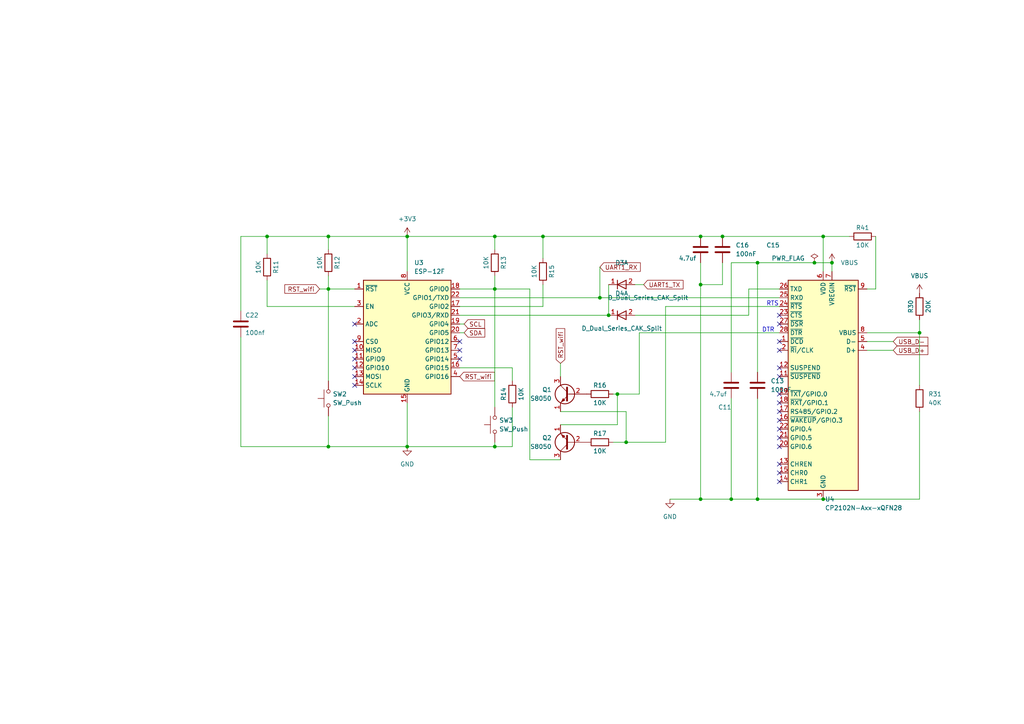
<source format=kicad_sch>
(kicad_sch (version 20211123) (generator eeschema)

  (uuid 6a279bd0-2792-4639-b2a2-188c4cad983e)

  (paper "A4")

  (title_block
    (title "Robotic navigation system ")
    (date "2/26/2022")
    (company "Solarwind robotics")
  )

  (lib_symbols
    (symbol "Device:C" (pin_numbers hide) (pin_names (offset 0.254)) (in_bom yes) (on_board yes)
      (property "Reference" "C" (id 0) (at 0.635 2.54 0)
        (effects (font (size 1.27 1.27)) (justify left))
      )
      (property "Value" "C" (id 1) (at 0.635 -2.54 0)
        (effects (font (size 1.27 1.27)) (justify left))
      )
      (property "Footprint" "" (id 2) (at 0.9652 -3.81 0)
        (effects (font (size 1.27 1.27)) hide)
      )
      (property "Datasheet" "~" (id 3) (at 0 0 0)
        (effects (font (size 1.27 1.27)) hide)
      )
      (property "ki_keywords" "cap capacitor" (id 4) (at 0 0 0)
        (effects (font (size 1.27 1.27)) hide)
      )
      (property "ki_description" "Unpolarized capacitor" (id 5) (at 0 0 0)
        (effects (font (size 1.27 1.27)) hide)
      )
      (property "ki_fp_filters" "C_*" (id 6) (at 0 0 0)
        (effects (font (size 1.27 1.27)) hide)
      )
      (symbol "C_0_1"
        (polyline
          (pts
            (xy -2.032 -0.762)
            (xy 2.032 -0.762)
          )
          (stroke (width 0.508) (type default) (color 0 0 0 0))
          (fill (type none))
        )
        (polyline
          (pts
            (xy -2.032 0.762)
            (xy 2.032 0.762)
          )
          (stroke (width 0.508) (type default) (color 0 0 0 0))
          (fill (type none))
        )
      )
      (symbol "C_1_1"
        (pin passive line (at 0 3.81 270) (length 2.794)
          (name "~" (effects (font (size 1.27 1.27))))
          (number "1" (effects (font (size 1.27 1.27))))
        )
        (pin passive line (at 0 -3.81 90) (length 2.794)
          (name "~" (effects (font (size 1.27 1.27))))
          (number "2" (effects (font (size 1.27 1.27))))
        )
      )
    )
    (symbol "Device:D_Dual_Series_CAK_Split" (pin_names (offset 0.762) hide) (in_bom yes) (on_board yes)
      (property "Reference" "D" (id 0) (at 0 2.54 0)
        (effects (font (size 1.27 1.27)))
      )
      (property "Value" "D_Dual_Series_CAK_Split" (id 1) (at 0 -2.54 0)
        (effects (font (size 1.27 1.27)))
      )
      (property "Footprint" "" (id 2) (at -2.54 -2.54 0)
        (effects (font (size 1.27 1.27)) hide)
      )
      (property "Datasheet" "~" (id 3) (at -2.54 -2.54 0)
        (effects (font (size 1.27 1.27)) hide)
      )
      (property "ki_locked" "" (id 4) (at 0 0 0)
        (effects (font (size 1.27 1.27)))
      )
      (property "ki_keywords" "diode" (id 5) (at 0 0 0)
        (effects (font (size 1.27 1.27)) hide)
      )
      (property "ki_description" "Dual diode, center/anode/cathode" (id 6) (at 0 0 0)
        (effects (font (size 1.27 1.27)) hide)
      )
      (symbol "D_Dual_Series_CAK_Split_0_0"
        (polyline
          (pts
            (xy 1.27 1.27)
            (xy 1.27 -1.27)
          )
          (stroke (width 0.254) (type default) (color 0 0 0 0))
          (fill (type none))
        )
      )
      (symbol "D_Dual_Series_CAK_Split_0_1"
        (polyline
          (pts
            (xy -1.27 1.27)
            (xy 1.27 0)
            (xy -1.27 -1.27)
            (xy -1.27 1.27)
            (xy -1.27 1.27)
            (xy -1.27 1.27)
          )
          (stroke (width 0.254) (type default) (color 0 0 0 0))
          (fill (type none))
        )
      )
      (symbol "D_Dual_Series_CAK_Split_1_1"
        (polyline
          (pts
            (xy 1.27 0)
            (xy -1.27 0)
          )
          (stroke (width 0) (type default) (color 0 0 0 0))
          (fill (type none))
        )
        (pin passive line (at 3.81 0 180) (length 2.54)
          (name "K" (effects (font (size 1.27 1.27))))
          (number "1" (effects (font (size 1.27 1.27))))
        )
        (pin passive line (at -3.81 0 0) (length 2.54)
          (name "A" (effects (font (size 1.27 1.27))))
          (number "2" (effects (font (size 1.27 1.27))))
        )
      )
      (symbol "D_Dual_Series_CAK_Split_2_0"
        (polyline
          (pts
            (xy 1.27 0)
            (xy -3.81 0)
          )
          (stroke (width 0) (type default) (color 0 0 0 0))
          (fill (type none))
        )
        (text "1" (at -2.54 1.27 0)
          (effects (font (size 1.27 1.27)))
        )
      )
      (symbol "D_Dual_Series_CAK_Split_2_1"
        (pin passive line (at 3.81 0 180) (length 2.54)
          (name "K" (effects (font (size 1.27 1.27))))
          (number "3" (effects (font (size 1.27 1.27))))
        )
      )
    )
    (symbol "Device:R" (pin_numbers hide) (pin_names (offset 0)) (in_bom yes) (on_board yes)
      (property "Reference" "R" (id 0) (at 2.032 0 90)
        (effects (font (size 1.27 1.27)))
      )
      (property "Value" "R" (id 1) (at 0 0 90)
        (effects (font (size 1.27 1.27)))
      )
      (property "Footprint" "" (id 2) (at -1.778 0 90)
        (effects (font (size 1.27 1.27)) hide)
      )
      (property "Datasheet" "~" (id 3) (at 0 0 0)
        (effects (font (size 1.27 1.27)) hide)
      )
      (property "ki_keywords" "R res resistor" (id 4) (at 0 0 0)
        (effects (font (size 1.27 1.27)) hide)
      )
      (property "ki_description" "Resistor" (id 5) (at 0 0 0)
        (effects (font (size 1.27 1.27)) hide)
      )
      (property "ki_fp_filters" "R_*" (id 6) (at 0 0 0)
        (effects (font (size 1.27 1.27)) hide)
      )
      (symbol "R_0_1"
        (rectangle (start -1.016 -2.54) (end 1.016 2.54)
          (stroke (width 0.254) (type default) (color 0 0 0 0))
          (fill (type none))
        )
      )
      (symbol "R_1_1"
        (pin passive line (at 0 3.81 270) (length 1.27)
          (name "~" (effects (font (size 1.27 1.27))))
          (number "1" (effects (font (size 1.27 1.27))))
        )
        (pin passive line (at 0 -3.81 90) (length 1.27)
          (name "~" (effects (font (size 1.27 1.27))))
          (number "2" (effects (font (size 1.27 1.27))))
        )
      )
    )
    (symbol "Interface_USB:CP2102N-Axx-xQFN28" (in_bom yes) (on_board yes)
      (property "Reference" "U" (id 0) (at -8.89 31.75 0)
        (effects (font (size 1.27 1.27)))
      )
      (property "Value" "CP2102N-Axx-xQFN28" (id 1) (at 12.7 31.75 0)
        (effects (font (size 1.27 1.27)))
      )
      (property "Footprint" "Package_DFN_QFN:QFN-28-1EP_5x5mm_P0.5mm_EP3.35x3.35mm" (id 2) (at 33.02 -31.75 0)
        (effects (font (size 1.27 1.27)) hide)
      )
      (property "Datasheet" "https://www.silabs.com/documents/public/data-sheets/cp2102n-datasheet.pdf" (id 3) (at 1.27 -19.05 0)
        (effects (font (size 1.27 1.27)) hide)
      )
      (property "ki_keywords" "USB UART bridge" (id 4) (at 0 0 0)
        (effects (font (size 1.27 1.27)) hide)
      )
      (property "ki_description" "USB to UART master bridge, QFN-28" (id 5) (at 0 0 0)
        (effects (font (size 1.27 1.27)) hide)
      )
      (property "ki_fp_filters" "QFN*1EP*5x5mm*P0.5mm*" (id 6) (at 0 0 0)
        (effects (font (size 1.27 1.27)) hide)
      )
      (symbol "CP2102N-Axx-xQFN28_0_1"
        (rectangle (start -10.16 30.48) (end 10.16 -30.48)
          (stroke (width 0.254) (type default) (color 0 0 0 0))
          (fill (type background))
        )
      )
      (symbol "CP2102N-Axx-xQFN28_1_1"
        (pin input line (at 12.7 12.7 180) (length 2.54)
          (name "~{DCD}" (effects (font (size 1.27 1.27))))
          (number "1" (effects (font (size 1.27 1.27))))
        )
        (pin no_connect line (at -10.16 -27.94 0) (length 2.54) hide
          (name "NC" (effects (font (size 1.27 1.27))))
          (number "10" (effects (font (size 1.27 1.27))))
        )
        (pin output line (at 12.7 2.54 180) (length 2.54)
          (name "~{SUSPEND}" (effects (font (size 1.27 1.27))))
          (number "11" (effects (font (size 1.27 1.27))))
        )
        (pin output line (at 12.7 5.08 180) (length 2.54)
          (name "SUSPEND" (effects (font (size 1.27 1.27))))
          (number "12" (effects (font (size 1.27 1.27))))
        )
        (pin output line (at 12.7 -22.86 180) (length 2.54)
          (name "CHREN" (effects (font (size 1.27 1.27))))
          (number "13" (effects (font (size 1.27 1.27))))
        )
        (pin output line (at 12.7 -27.94 180) (length 2.54)
          (name "CHR1" (effects (font (size 1.27 1.27))))
          (number "14" (effects (font (size 1.27 1.27))))
        )
        (pin output line (at 12.7 -25.4 180) (length 2.54)
          (name "CHR0" (effects (font (size 1.27 1.27))))
          (number "15" (effects (font (size 1.27 1.27))))
        )
        (pin bidirectional line (at 12.7 -10.16 180) (length 2.54)
          (name "~{WAKEUP}/GPIO.3" (effects (font (size 1.27 1.27))))
          (number "16" (effects (font (size 1.27 1.27))))
        )
        (pin bidirectional line (at 12.7 -7.62 180) (length 2.54)
          (name "RS485/GPIO.2" (effects (font (size 1.27 1.27))))
          (number "17" (effects (font (size 1.27 1.27))))
        )
        (pin bidirectional line (at 12.7 -5.08 180) (length 2.54)
          (name "~{RXT}/GPIO.1" (effects (font (size 1.27 1.27))))
          (number "18" (effects (font (size 1.27 1.27))))
        )
        (pin bidirectional line (at 12.7 -2.54 180) (length 2.54)
          (name "~{TXT}/GPIO.0" (effects (font (size 1.27 1.27))))
          (number "19" (effects (font (size 1.27 1.27))))
        )
        (pin bidirectional line (at 12.7 10.16 180) (length 2.54)
          (name "~{RI}/CLK" (effects (font (size 1.27 1.27))))
          (number "2" (effects (font (size 1.27 1.27))))
        )
        (pin bidirectional line (at 12.7 -17.78 180) (length 2.54)
          (name "GPIO.6" (effects (font (size 1.27 1.27))))
          (number "20" (effects (font (size 1.27 1.27))))
        )
        (pin bidirectional line (at 12.7 -15.24 180) (length 2.54)
          (name "GPIO.5" (effects (font (size 1.27 1.27))))
          (number "21" (effects (font (size 1.27 1.27))))
        )
        (pin bidirectional line (at 12.7 -12.7 180) (length 2.54)
          (name "GPIO.4" (effects (font (size 1.27 1.27))))
          (number "22" (effects (font (size 1.27 1.27))))
        )
        (pin input line (at 12.7 20.32 180) (length 2.54)
          (name "~{CTS}" (effects (font (size 1.27 1.27))))
          (number "23" (effects (font (size 1.27 1.27))))
        )
        (pin output line (at 12.7 22.86 180) (length 2.54)
          (name "~{RTS}" (effects (font (size 1.27 1.27))))
          (number "24" (effects (font (size 1.27 1.27))))
        )
        (pin input line (at 12.7 25.4 180) (length 2.54)
          (name "RXD" (effects (font (size 1.27 1.27))))
          (number "25" (effects (font (size 1.27 1.27))))
        )
        (pin output line (at 12.7 27.94 180) (length 2.54)
          (name "TXD" (effects (font (size 1.27 1.27))))
          (number "26" (effects (font (size 1.27 1.27))))
        )
        (pin input line (at 12.7 17.78 180) (length 2.54)
          (name "~{DSR}" (effects (font (size 1.27 1.27))))
          (number "27" (effects (font (size 1.27 1.27))))
        )
        (pin output line (at 12.7 15.24 180) (length 2.54)
          (name "~{DTR}" (effects (font (size 1.27 1.27))))
          (number "28" (effects (font (size 1.27 1.27))))
        )
        (pin passive line (at 0 -33.02 90) (length 2.54) hide
          (name "GND" (effects (font (size 1.27 1.27))))
          (number "29" (effects (font (size 1.27 1.27))))
        )
        (pin power_in line (at 0 -33.02 90) (length 2.54)
          (name "GND" (effects (font (size 1.27 1.27))))
          (number "3" (effects (font (size 1.27 1.27))))
        )
        (pin bidirectional line (at -12.7 10.16 0) (length 2.54)
          (name "D+" (effects (font (size 1.27 1.27))))
          (number "4" (effects (font (size 1.27 1.27))))
        )
        (pin bidirectional line (at -12.7 12.7 0) (length 2.54)
          (name "D-" (effects (font (size 1.27 1.27))))
          (number "5" (effects (font (size 1.27 1.27))))
        )
        (pin power_in line (at 0 33.02 270) (length 2.54)
          (name "VDD" (effects (font (size 1.27 1.27))))
          (number "6" (effects (font (size 1.27 1.27))))
        )
        (pin power_in line (at -2.54 33.02 270) (length 2.54)
          (name "VREGIN" (effects (font (size 1.27 1.27))))
          (number "7" (effects (font (size 1.27 1.27))))
        )
        (pin input line (at -12.7 15.24 0) (length 2.54)
          (name "VBUS" (effects (font (size 1.27 1.27))))
          (number "8" (effects (font (size 1.27 1.27))))
        )
        (pin input line (at -12.7 27.94 0) (length 2.54)
          (name "~{RST}" (effects (font (size 1.27 1.27))))
          (number "9" (effects (font (size 1.27 1.27))))
        )
      )
    )
    (symbol "RF_Module:ESP-12F" (in_bom yes) (on_board yes)
      (property "Reference" "U" (id 0) (at -12.7 19.05 0)
        (effects (font (size 1.27 1.27)) (justify left))
      )
      (property "Value" "ESP-12F" (id 1) (at 12.7 19.05 0)
        (effects (font (size 1.27 1.27)) (justify right))
      )
      (property "Footprint" "RF_Module:ESP-12E" (id 2) (at 0 0 0)
        (effects (font (size 1.27 1.27)) hide)
      )
      (property "Datasheet" "http://wiki.ai-thinker.com/_media/esp8266/esp8266_series_modules_user_manual_v1.1.pdf" (id 3) (at -8.89 2.54 0)
        (effects (font (size 1.27 1.27)) hide)
      )
      (property "ki_keywords" "802.11 Wi-Fi" (id 4) (at 0 0 0)
        (effects (font (size 1.27 1.27)) hide)
      )
      (property "ki_description" "802.11 b/g/n Wi-Fi Module" (id 5) (at 0 0 0)
        (effects (font (size 1.27 1.27)) hide)
      )
      (property "ki_fp_filters" "ESP?12*" (id 6) (at 0 0 0)
        (effects (font (size 1.27 1.27)) hide)
      )
      (symbol "ESP-12F_0_1"
        (rectangle (start -12.7 17.78) (end 12.7 -15.24)
          (stroke (width 0.254) (type default) (color 0 0 0 0))
          (fill (type background))
        )
      )
      (symbol "ESP-12F_1_1"
        (pin input line (at -15.24 15.24 0) (length 2.54)
          (name "~{RST}" (effects (font (size 1.27 1.27))))
          (number "1" (effects (font (size 1.27 1.27))))
        )
        (pin bidirectional line (at -15.24 -2.54 0) (length 2.54)
          (name "MISO" (effects (font (size 1.27 1.27))))
          (number "10" (effects (font (size 1.27 1.27))))
        )
        (pin bidirectional line (at -15.24 -5.08 0) (length 2.54)
          (name "GPIO9" (effects (font (size 1.27 1.27))))
          (number "11" (effects (font (size 1.27 1.27))))
        )
        (pin bidirectional line (at -15.24 -7.62 0) (length 2.54)
          (name "GPIO10" (effects (font (size 1.27 1.27))))
          (number "12" (effects (font (size 1.27 1.27))))
        )
        (pin bidirectional line (at -15.24 -10.16 0) (length 2.54)
          (name "MOSI" (effects (font (size 1.27 1.27))))
          (number "13" (effects (font (size 1.27 1.27))))
        )
        (pin bidirectional line (at -15.24 -12.7 0) (length 2.54)
          (name "SCLK" (effects (font (size 1.27 1.27))))
          (number "14" (effects (font (size 1.27 1.27))))
        )
        (pin power_in line (at 0 -17.78 90) (length 2.54)
          (name "GND" (effects (font (size 1.27 1.27))))
          (number "15" (effects (font (size 1.27 1.27))))
        )
        (pin bidirectional line (at 15.24 -7.62 180) (length 2.54)
          (name "GPIO15" (effects (font (size 1.27 1.27))))
          (number "16" (effects (font (size 1.27 1.27))))
        )
        (pin bidirectional line (at 15.24 10.16 180) (length 2.54)
          (name "GPIO2" (effects (font (size 1.27 1.27))))
          (number "17" (effects (font (size 1.27 1.27))))
        )
        (pin bidirectional line (at 15.24 15.24 180) (length 2.54)
          (name "GPIO0" (effects (font (size 1.27 1.27))))
          (number "18" (effects (font (size 1.27 1.27))))
        )
        (pin bidirectional line (at 15.24 5.08 180) (length 2.54)
          (name "GPIO4" (effects (font (size 1.27 1.27))))
          (number "19" (effects (font (size 1.27 1.27))))
        )
        (pin input line (at -15.24 5.08 0) (length 2.54)
          (name "ADC" (effects (font (size 1.27 1.27))))
          (number "2" (effects (font (size 1.27 1.27))))
        )
        (pin bidirectional line (at 15.24 2.54 180) (length 2.54)
          (name "GPIO5" (effects (font (size 1.27 1.27))))
          (number "20" (effects (font (size 1.27 1.27))))
        )
        (pin bidirectional line (at 15.24 7.62 180) (length 2.54)
          (name "GPIO3/RXD" (effects (font (size 1.27 1.27))))
          (number "21" (effects (font (size 1.27 1.27))))
        )
        (pin bidirectional line (at 15.24 12.7 180) (length 2.54)
          (name "GPIO1/TXD" (effects (font (size 1.27 1.27))))
          (number "22" (effects (font (size 1.27 1.27))))
        )
        (pin input line (at -15.24 10.16 0) (length 2.54)
          (name "EN" (effects (font (size 1.27 1.27))))
          (number "3" (effects (font (size 1.27 1.27))))
        )
        (pin bidirectional line (at 15.24 -10.16 180) (length 2.54)
          (name "GPIO16" (effects (font (size 1.27 1.27))))
          (number "4" (effects (font (size 1.27 1.27))))
        )
        (pin bidirectional line (at 15.24 -5.08 180) (length 2.54)
          (name "GPIO14" (effects (font (size 1.27 1.27))))
          (number "5" (effects (font (size 1.27 1.27))))
        )
        (pin bidirectional line (at 15.24 0 180) (length 2.54)
          (name "GPIO12" (effects (font (size 1.27 1.27))))
          (number "6" (effects (font (size 1.27 1.27))))
        )
        (pin bidirectional line (at 15.24 -2.54 180) (length 2.54)
          (name "GPIO13" (effects (font (size 1.27 1.27))))
          (number "7" (effects (font (size 1.27 1.27))))
        )
        (pin power_in line (at 0 20.32 270) (length 2.54)
          (name "VCC" (effects (font (size 1.27 1.27))))
          (number "8" (effects (font (size 1.27 1.27))))
        )
        (pin input line (at -15.24 0 0) (length 2.54)
          (name "CS0" (effects (font (size 1.27 1.27))))
          (number "9" (effects (font (size 1.27 1.27))))
        )
      )
    )
    (symbol "Switch:SW_Push" (pin_numbers hide) (pin_names (offset 1.016) hide) (in_bom yes) (on_board yes)
      (property "Reference" "SW" (id 0) (at 1.27 2.54 0)
        (effects (font (size 1.27 1.27)) (justify left))
      )
      (property "Value" "SW_Push" (id 1) (at 0 -1.524 0)
        (effects (font (size 1.27 1.27)))
      )
      (property "Footprint" "" (id 2) (at 0 5.08 0)
        (effects (font (size 1.27 1.27)) hide)
      )
      (property "Datasheet" "~" (id 3) (at 0 5.08 0)
        (effects (font (size 1.27 1.27)) hide)
      )
      (property "ki_keywords" "switch normally-open pushbutton push-button" (id 4) (at 0 0 0)
        (effects (font (size 1.27 1.27)) hide)
      )
      (property "ki_description" "Push button switch, generic, two pins" (id 5) (at 0 0 0)
        (effects (font (size 1.27 1.27)) hide)
      )
      (symbol "SW_Push_0_1"
        (circle (center -2.032 0) (radius 0.508)
          (stroke (width 0) (type default) (color 0 0 0 0))
          (fill (type none))
        )
        (polyline
          (pts
            (xy 0 1.27)
            (xy 0 3.048)
          )
          (stroke (width 0) (type default) (color 0 0 0 0))
          (fill (type none))
        )
        (polyline
          (pts
            (xy 2.54 1.27)
            (xy -2.54 1.27)
          )
          (stroke (width 0) (type default) (color 0 0 0 0))
          (fill (type none))
        )
        (circle (center 2.032 0) (radius 0.508)
          (stroke (width 0) (type default) (color 0 0 0 0))
          (fill (type none))
        )
        (pin passive line (at -5.08 0 0) (length 2.54)
          (name "1" (effects (font (size 1.27 1.27))))
          (number "1" (effects (font (size 1.27 1.27))))
        )
        (pin passive line (at 5.08 0 180) (length 2.54)
          (name "2" (effects (font (size 1.27 1.27))))
          (number "2" (effects (font (size 1.27 1.27))))
        )
      )
    )
    (symbol "Transistor_BJT:S8050" (pin_names (offset 0) hide) (in_bom yes) (on_board yes)
      (property "Reference" "Q" (id 0) (at 5.08 1.905 0)
        (effects (font (size 1.27 1.27)) (justify left))
      )
      (property "Value" "S8050" (id 1) (at 5.08 0 0)
        (effects (font (size 1.27 1.27)) (justify left))
      )
      (property "Footprint" "Package_TO_SOT_THT:TO-92_Inline" (id 2) (at 5.08 -1.905 0)
        (effects (font (size 1.27 1.27) italic) (justify left) hide)
      )
      (property "Datasheet" "http://www.unisonic.com.tw/datasheet/S8050.pdf" (id 3) (at 0 0 0)
        (effects (font (size 1.27 1.27)) (justify left) hide)
      )
      (property "ki_keywords" "S8050 NPN Low Voltage High Current Transistor" (id 4) (at 0 0 0)
        (effects (font (size 1.27 1.27)) hide)
      )
      (property "ki_description" "0.7A Ic, 20V Vce, Low Voltage High Current NPN Transistor, TO-92" (id 5) (at 0 0 0)
        (effects (font (size 1.27 1.27)) hide)
      )
      (property "ki_fp_filters" "TO?92*" (id 6) (at 0 0 0)
        (effects (font (size 1.27 1.27)) hide)
      )
      (symbol "S8050_0_1"
        (polyline
          (pts
            (xy 0 0)
            (xy 0.635 0)
          )
          (stroke (width 0) (type default) (color 0 0 0 0))
          (fill (type none))
        )
        (polyline
          (pts
            (xy 0.635 0.635)
            (xy 2.54 2.54)
          )
          (stroke (width 0) (type default) (color 0 0 0 0))
          (fill (type none))
        )
        (polyline
          (pts
            (xy 0.635 -0.635)
            (xy 2.54 -2.54)
            (xy 2.54 -2.54)
          )
          (stroke (width 0) (type default) (color 0 0 0 0))
          (fill (type none))
        )
        (polyline
          (pts
            (xy 0.635 1.905)
            (xy 0.635 -1.905)
            (xy 0.635 -1.905)
          )
          (stroke (width 0.508) (type default) (color 0 0 0 0))
          (fill (type none))
        )
        (polyline
          (pts
            (xy 1.27 -1.778)
            (xy 1.778 -1.27)
            (xy 2.286 -2.286)
            (xy 1.27 -1.778)
            (xy 1.27 -1.778)
          )
          (stroke (width 0) (type default) (color 0 0 0 0))
          (fill (type outline))
        )
        (circle (center 1.27 0) (radius 2.8194)
          (stroke (width 0.254) (type default) (color 0 0 0 0))
          (fill (type none))
        )
      )
      (symbol "S8050_1_1"
        (pin passive line (at 2.54 -5.08 90) (length 2.54)
          (name "E" (effects (font (size 1.27 1.27))))
          (number "1" (effects (font (size 1.27 1.27))))
        )
        (pin input line (at -5.08 0 0) (length 5.08)
          (name "B" (effects (font (size 1.27 1.27))))
          (number "2" (effects (font (size 1.27 1.27))))
        )
        (pin passive line (at 2.54 5.08 270) (length 2.54)
          (name "C" (effects (font (size 1.27 1.27))))
          (number "3" (effects (font (size 1.27 1.27))))
        )
      )
    )
    (symbol "power:+3.3V" (power) (pin_names (offset 0)) (in_bom yes) (on_board yes)
      (property "Reference" "#PWR" (id 0) (at 0 -3.81 0)
        (effects (font (size 1.27 1.27)) hide)
      )
      (property "Value" "+3.3V" (id 1) (at 0 3.556 0)
        (effects (font (size 1.27 1.27)))
      )
      (property "Footprint" "" (id 2) (at 0 0 0)
        (effects (font (size 1.27 1.27)) hide)
      )
      (property "Datasheet" "" (id 3) (at 0 0 0)
        (effects (font (size 1.27 1.27)) hide)
      )
      (property "ki_keywords" "power-flag" (id 4) (at 0 0 0)
        (effects (font (size 1.27 1.27)) hide)
      )
      (property "ki_description" "Power symbol creates a global label with name \"+3.3V\"" (id 5) (at 0 0 0)
        (effects (font (size 1.27 1.27)) hide)
      )
      (symbol "+3.3V_0_1"
        (polyline
          (pts
            (xy -0.762 1.27)
            (xy 0 2.54)
          )
          (stroke (width 0) (type default) (color 0 0 0 0))
          (fill (type none))
        )
        (polyline
          (pts
            (xy 0 0)
            (xy 0 2.54)
          )
          (stroke (width 0) (type default) (color 0 0 0 0))
          (fill (type none))
        )
        (polyline
          (pts
            (xy 0 2.54)
            (xy 0.762 1.27)
          )
          (stroke (width 0) (type default) (color 0 0 0 0))
          (fill (type none))
        )
      )
      (symbol "+3.3V_1_1"
        (pin power_in line (at 0 0 90) (length 0) hide
          (name "+3V3" (effects (font (size 1.27 1.27))))
          (number "1" (effects (font (size 1.27 1.27))))
        )
      )
    )
    (symbol "power:GND" (power) (pin_names (offset 0)) (in_bom yes) (on_board yes)
      (property "Reference" "#PWR" (id 0) (at 0 -6.35 0)
        (effects (font (size 1.27 1.27)) hide)
      )
      (property "Value" "GND" (id 1) (at 0 -3.81 0)
        (effects (font (size 1.27 1.27)))
      )
      (property "Footprint" "" (id 2) (at 0 0 0)
        (effects (font (size 1.27 1.27)) hide)
      )
      (property "Datasheet" "" (id 3) (at 0 0 0)
        (effects (font (size 1.27 1.27)) hide)
      )
      (property "ki_keywords" "power-flag" (id 4) (at 0 0 0)
        (effects (font (size 1.27 1.27)) hide)
      )
      (property "ki_description" "Power symbol creates a global label with name \"GND\" , ground" (id 5) (at 0 0 0)
        (effects (font (size 1.27 1.27)) hide)
      )
      (symbol "GND_0_1"
        (polyline
          (pts
            (xy 0 0)
            (xy 0 -1.27)
            (xy 1.27 -1.27)
            (xy 0 -2.54)
            (xy -1.27 -1.27)
            (xy 0 -1.27)
          )
          (stroke (width 0) (type default) (color 0 0 0 0))
          (fill (type none))
        )
      )
      (symbol "GND_1_1"
        (pin power_in line (at 0 0 270) (length 0) hide
          (name "GND" (effects (font (size 1.27 1.27))))
          (number "1" (effects (font (size 1.27 1.27))))
        )
      )
    )
    (symbol "power:PWR_FLAG" (power) (pin_numbers hide) (pin_names (offset 0) hide) (in_bom yes) (on_board yes)
      (property "Reference" "#FLG" (id 0) (at 0 1.905 0)
        (effects (font (size 1.27 1.27)) hide)
      )
      (property "Value" "PWR_FLAG" (id 1) (at 0 3.81 0)
        (effects (font (size 1.27 1.27)))
      )
      (property "Footprint" "" (id 2) (at 0 0 0)
        (effects (font (size 1.27 1.27)) hide)
      )
      (property "Datasheet" "~" (id 3) (at 0 0 0)
        (effects (font (size 1.27 1.27)) hide)
      )
      (property "ki_keywords" "power-flag" (id 4) (at 0 0 0)
        (effects (font (size 1.27 1.27)) hide)
      )
      (property "ki_description" "Special symbol for telling ERC where power comes from" (id 5) (at 0 0 0)
        (effects (font (size 1.27 1.27)) hide)
      )
      (symbol "PWR_FLAG_0_0"
        (pin power_out line (at 0 0 90) (length 0)
          (name "pwr" (effects (font (size 1.27 1.27))))
          (number "1" (effects (font (size 1.27 1.27))))
        )
      )
      (symbol "PWR_FLAG_0_1"
        (polyline
          (pts
            (xy 0 0)
            (xy 0 1.27)
            (xy -1.016 1.905)
            (xy 0 2.54)
            (xy 1.016 1.905)
            (xy 0 1.27)
          )
          (stroke (width 0) (type default) (color 0 0 0 0))
          (fill (type none))
        )
      )
    )
    (symbol "power:VBUS" (power) (pin_names (offset 0)) (in_bom yes) (on_board yes)
      (property "Reference" "#PWR" (id 0) (at 0 -3.81 0)
        (effects (font (size 1.27 1.27)) hide)
      )
      (property "Value" "VBUS" (id 1) (at 0 3.81 0)
        (effects (font (size 1.27 1.27)))
      )
      (property "Footprint" "" (id 2) (at 0 0 0)
        (effects (font (size 1.27 1.27)) hide)
      )
      (property "Datasheet" "" (id 3) (at 0 0 0)
        (effects (font (size 1.27 1.27)) hide)
      )
      (property "ki_keywords" "power-flag" (id 4) (at 0 0 0)
        (effects (font (size 1.27 1.27)) hide)
      )
      (property "ki_description" "Power symbol creates a global label with name \"VBUS\"" (id 5) (at 0 0 0)
        (effects (font (size 1.27 1.27)) hide)
      )
      (symbol "VBUS_0_1"
        (polyline
          (pts
            (xy -0.762 1.27)
            (xy 0 2.54)
          )
          (stroke (width 0) (type default) (color 0 0 0 0))
          (fill (type none))
        )
        (polyline
          (pts
            (xy 0 0)
            (xy 0 2.54)
          )
          (stroke (width 0) (type default) (color 0 0 0 0))
          (fill (type none))
        )
        (polyline
          (pts
            (xy 0 2.54)
            (xy 0.762 1.27)
          )
          (stroke (width 0) (type default) (color 0 0 0 0))
          (fill (type none))
        )
      )
      (symbol "VBUS_1_1"
        (pin power_in line (at 0 0 90) (length 0) hide
          (name "VBUS" (effects (font (size 1.27 1.27))))
          (number "1" (effects (font (size 1.27 1.27))))
        )
      )
    )
  )

  (junction (at 212.09 144.78) (diameter 0) (color 0 0 0 0)
    (uuid 12631531-9e1e-4a79-bdf2-b48284de8031)
  )
  (junction (at 181.61 128.27) (diameter 0) (color 0 0 0 0)
    (uuid 13397c5c-68cb-4d08-9f9c-dfcc4bee6806)
  )
  (junction (at 219.71 76.2) (diameter 0) (color 0 0 0 0)
    (uuid 1acef7b4-7051-4da8-b2a4-f3f7fcb1efa2)
  )
  (junction (at 203.2 68.58) (diameter 0) (color 0 0 0 0)
    (uuid 254d462a-b2b9-412c-b27e-e6fa55e19f2f)
  )
  (junction (at 95.25 68.58) (diameter 0) (color 0 0 0 0)
    (uuid 2633c8f1-38eb-489c-8f01-1ea447ca00dd)
  )
  (junction (at 179.07 114.3) (diameter 0) (color 0 0 0 0)
    (uuid 5d8e044f-d483-4f89-af4f-01736836921f)
  )
  (junction (at 203.2 144.78) (diameter 0) (color 0 0 0 0)
    (uuid 6e14298c-21e4-47f4-9057-091317aaa927)
  )
  (junction (at 95.25 129.54) (diameter 0) (color 0 0 0 0)
    (uuid 6e828fde-980e-42d5-9a87-4fa516f2b0b7)
  )
  (junction (at 203.2 82.55) (diameter 0) (color 0 0 0 0)
    (uuid 72ce6fc1-fa75-475c-9088-e743c6fbbba0)
  )
  (junction (at 238.76 68.58) (diameter 0) (color 0 0 0 0)
    (uuid 762626a8-3e10-4389-8923-9c26ff23252b)
  )
  (junction (at 77.47 68.58) (diameter 0) (color 0 0 0 0)
    (uuid 8592424d-3a49-4925-b638-bbebe2d12476)
  )
  (junction (at 238.76 144.78) (diameter 0) (color 0 0 0 0)
    (uuid 8c0def24-38bb-4207-bb17-14ad3441fb59)
  )
  (junction (at 219.71 144.78) (diameter 0) (color 0 0 0 0)
    (uuid 9665c4d2-d3e9-46d9-9a93-0695f5e4b1e3)
  )
  (junction (at 143.51 68.58) (diameter 0) (color 0 0 0 0)
    (uuid a972c135-1939-449f-89db-552ee624d3c2)
  )
  (junction (at 176.53 91.44) (diameter 0) (color 0 0 0 0)
    (uuid a9a03b5d-6a7c-4acd-964a-a94fc4605d36)
  )
  (junction (at 118.11 129.54) (diameter 0) (color 0 0 0 0)
    (uuid aee5a66d-10f5-4cdc-b381-16e6bf5172e4)
  )
  (junction (at 266.7 96.52) (diameter 0) (color 0 0 0 0)
    (uuid b9d2fab7-6e4b-4ad0-8a9a-34f23bea76de)
  )
  (junction (at 143.51 129.54) (diameter 0) (color 0 0 0 0)
    (uuid c6cd3064-aed7-4e4b-b68d-34d4aba5f159)
  )
  (junction (at 173.99 86.36) (diameter 0) (color 0 0 0 0)
    (uuid db2da933-a2f5-4b0d-a2d8-a89d618eaaa4)
  )
  (junction (at 157.48 68.58) (diameter 0) (color 0 0 0 0)
    (uuid de5e1088-9b13-429b-be0b-6c1fdf31a7ce)
  )
  (junction (at 95.25 83.82) (diameter 0) (color 0 0 0 0)
    (uuid e4697557-e145-4187-90cf-39f9c131e595)
  )
  (junction (at 209.55 68.58) (diameter 0) (color 0 0 0 0)
    (uuid e4df4fd1-54a4-49c5-a8a8-2e24eb7500bc)
  )
  (junction (at 118.11 68.58) (diameter 0) (color 0 0 0 0)
    (uuid f25b7aaa-8e0e-4972-8a3a-aba86ac20b33)
  )
  (junction (at 143.51 83.82) (diameter 0) (color 0 0 0 0)
    (uuid f7ecce68-adb4-46c6-9403-8e6f427e5f29)
  )
  (junction (at 241.3 76.2) (diameter 0) (color 0 0 0 0)
    (uuid fb1494d8-7010-4ff3-9101-3d7dcb3c7ec0)
  )
  (junction (at 236.22 76.2) (diameter 0) (color 0 0 0 0)
    (uuid fc80b274-5a94-41a9-b7df-22bf77d52707)
  )

  (no_connect (at 226.06 129.54) (uuid 17943a8e-d663-411f-a13f-550b7dcff12c))
  (no_connect (at 226.06 134.62) (uuid 17943a8e-d663-411f-a13f-550b7dcff12d))
  (no_connect (at 226.06 137.16) (uuid 17943a8e-d663-411f-a13f-550b7dcff12e))
  (no_connect (at 226.06 139.7) (uuid 17943a8e-d663-411f-a13f-550b7dcff12f))
  (no_connect (at 226.06 91.44) (uuid 17943a8e-d663-411f-a13f-550b7dcff130))
  (no_connect (at 226.06 93.98) (uuid 17943a8e-d663-411f-a13f-550b7dcff131))
  (no_connect (at 226.06 99.06) (uuid 17943a8e-d663-411f-a13f-550b7dcff132))
  (no_connect (at 226.06 101.6) (uuid 17943a8e-d663-411f-a13f-550b7dcff133))
  (no_connect (at 226.06 106.68) (uuid 17943a8e-d663-411f-a13f-550b7dcff134))
  (no_connect (at 226.06 109.22) (uuid 17943a8e-d663-411f-a13f-550b7dcff135))
  (no_connect (at 226.06 114.3) (uuid 17943a8e-d663-411f-a13f-550b7dcff136))
  (no_connect (at 226.06 116.84) (uuid 17943a8e-d663-411f-a13f-550b7dcff137))
  (no_connect (at 226.06 119.38) (uuid 17943a8e-d663-411f-a13f-550b7dcff138))
  (no_connect (at 226.06 121.92) (uuid 17943a8e-d663-411f-a13f-550b7dcff139))
  (no_connect (at 226.06 124.46) (uuid 17943a8e-d663-411f-a13f-550b7dcff13a))
  (no_connect (at 226.06 127) (uuid 17943a8e-d663-411f-a13f-550b7dcff13b))
  (no_connect (at 133.35 104.14) (uuid 9573fce7-7cba-4a76-93e7-5b0bfc5d38ae))
  (no_connect (at 133.35 101.6) (uuid 9573fce7-7cba-4a76-93e7-5b0bfc5d38af))
  (no_connect (at 102.87 111.76) (uuid 9573fce7-7cba-4a76-93e7-5b0bfc5d38b0))
  (no_connect (at 102.87 106.68) (uuid 9573fce7-7cba-4a76-93e7-5b0bfc5d38b1))
  (no_connect (at 102.87 109.22) (uuid 9573fce7-7cba-4a76-93e7-5b0bfc5d38b2))
  (no_connect (at 102.87 104.14) (uuid 9573fce7-7cba-4a76-93e7-5b0bfc5d38b3))
  (no_connect (at 102.87 101.6) (uuid 9573fce7-7cba-4a76-93e7-5b0bfc5d38b4))
  (no_connect (at 102.87 99.06) (uuid 9573fce7-7cba-4a76-93e7-5b0bfc5d38b5))
  (no_connect (at 102.87 93.98) (uuid 9573fce7-7cba-4a76-93e7-5b0bfc5d38b6))
  (no_connect (at 133.35 99.06) (uuid c0455446-9e06-41a9-84e1-47308d04b1d1))

  (wire (pts (xy 157.48 68.58) (xy 157.48 74.93))
    (stroke (width 0) (type default) (color 0 0 0 0))
    (uuid 0002efe3-e02a-411b-9456-32e1fdb7b5b5)
  )
  (wire (pts (xy 162.56 105.41) (xy 162.56 109.22))
    (stroke (width 0) (type default) (color 0 0 0 0))
    (uuid 018a20f3-bcdc-40da-be20-39cdf4894b0a)
  )
  (wire (pts (xy 217.17 83.82) (xy 226.06 83.82))
    (stroke (width 0) (type default) (color 0 0 0 0))
    (uuid 055d8cee-046f-457a-8c72-c67922b70a07)
  )
  (wire (pts (xy 266.7 96.52) (xy 266.7 111.76))
    (stroke (width 0) (type default) (color 0 0 0 0))
    (uuid 07da0ecf-babf-4557-9c5c-ec43c8b1a0c8)
  )
  (wire (pts (xy 162.56 133.35) (xy 153.67 133.35))
    (stroke (width 0) (type default) (color 0 0 0 0))
    (uuid 0c84a39d-be18-4738-ac62-ca5adffa5d87)
  )
  (wire (pts (xy 143.51 68.58) (xy 157.48 68.58))
    (stroke (width 0) (type default) (color 0 0 0 0))
    (uuid 0d5d6bac-3184-42bf-a55a-d0910070269d)
  )
  (wire (pts (xy 118.11 68.58) (xy 143.51 68.58))
    (stroke (width 0) (type default) (color 0 0 0 0))
    (uuid 145190be-ba98-4c57-b6cb-77acacee4c4a)
  )
  (wire (pts (xy 241.3 78.74) (xy 241.3 76.2))
    (stroke (width 0) (type default) (color 0 0 0 0))
    (uuid 1480b958-52a1-40a5-9764-f0d20c6ff7de)
  )
  (wire (pts (xy 219.71 76.2) (xy 236.22 76.2))
    (stroke (width 0) (type default) (color 0 0 0 0))
    (uuid 16bc7da6-e2a7-425a-8f46-156895186e99)
  )
  (wire (pts (xy 184.15 91.44) (xy 217.17 91.44))
    (stroke (width 0) (type default) (color 0 0 0 0))
    (uuid 178b76ab-1726-4fb2-b2bb-755ddbbbafad)
  )
  (wire (pts (xy 118.11 68.58) (xy 118.11 78.74))
    (stroke (width 0) (type default) (color 0 0 0 0))
    (uuid 17b9480e-ef93-4184-b131-f7e9fb071122)
  )
  (wire (pts (xy 148.59 118.11) (xy 148.59 129.54))
    (stroke (width 0) (type default) (color 0 0 0 0))
    (uuid 1bc773dd-5fae-48cc-acaa-cac677a92137)
  )
  (wire (pts (xy 95.25 129.54) (xy 118.11 129.54))
    (stroke (width 0) (type default) (color 0 0 0 0))
    (uuid 2349e551-e901-4045-ba98-049186c64fd7)
  )
  (wire (pts (xy 95.25 120.65) (xy 95.25 129.54))
    (stroke (width 0) (type default) (color 0 0 0 0))
    (uuid 27fdd2d8-8691-4ca2-b185-d092316a596b)
  )
  (wire (pts (xy 212.09 115.57) (xy 212.09 144.78))
    (stroke (width 0) (type default) (color 0 0 0 0))
    (uuid 2926a7e7-7537-4ca8-a86f-9f2dded89de8)
  )
  (wire (pts (xy 266.7 96.52) (xy 266.7 92.71))
    (stroke (width 0) (type default) (color 0 0 0 0))
    (uuid 2a3afbfc-f820-4f85-8adc-4889c8e1b6e7)
  )
  (wire (pts (xy 95.25 83.82) (xy 95.25 110.49))
    (stroke (width 0) (type default) (color 0 0 0 0))
    (uuid 2a5f0dfb-f758-4b85-a4f6-944fc376d43d)
  )
  (wire (pts (xy 209.55 68.58) (xy 238.76 68.58))
    (stroke (width 0) (type default) (color 0 0 0 0))
    (uuid 2d03303d-9e5d-485f-bc71-4590cd2de30f)
  )
  (wire (pts (xy 254 83.82) (xy 254 68.58))
    (stroke (width 0) (type default) (color 0 0 0 0))
    (uuid 321d4057-65a6-4276-9a27-696c9ee5765f)
  )
  (wire (pts (xy 157.48 82.55) (xy 157.48 88.9))
    (stroke (width 0) (type default) (color 0 0 0 0))
    (uuid 32464da0-26a1-4a04-bffa-b1aff55d2a65)
  )
  (wire (pts (xy 134.62 93.98) (xy 133.35 93.98))
    (stroke (width 0) (type default) (color 0 0 0 0))
    (uuid 33fe4010-5324-4030-8812-131e23b98123)
  )
  (wire (pts (xy 95.25 68.58) (xy 118.11 68.58))
    (stroke (width 0) (type default) (color 0 0 0 0))
    (uuid 356c9e40-8bf3-4527-a8c1-85bc6b5ab01c)
  )
  (wire (pts (xy 133.35 91.44) (xy 176.53 91.44))
    (stroke (width 0) (type default) (color 0 0 0 0))
    (uuid 39097cc4-45e8-4d8b-b375-8ccd40351682)
  )
  (wire (pts (xy 143.51 129.54) (xy 148.59 129.54))
    (stroke (width 0) (type default) (color 0 0 0 0))
    (uuid 3d43b8d5-b176-4618-8b1b-9910564a8fef)
  )
  (wire (pts (xy 133.35 88.9) (xy 157.48 88.9))
    (stroke (width 0) (type default) (color 0 0 0 0))
    (uuid 3e363cca-4f59-4c43-bfa0-7c181008c44d)
  )
  (wire (pts (xy 173.99 86.36) (xy 226.06 86.36))
    (stroke (width 0) (type default) (color 0 0 0 0))
    (uuid 3f9b5afe-8d3f-4bc0-9a50-6d14de9621f8)
  )
  (wire (pts (xy 251.46 101.6) (xy 259.08 101.6))
    (stroke (width 0) (type default) (color 0 0 0 0))
    (uuid 4664f63d-c55f-431b-a4ab-a696c7a9e069)
  )
  (wire (pts (xy 95.25 80.01) (xy 95.25 83.82))
    (stroke (width 0) (type default) (color 0 0 0 0))
    (uuid 4ed4a10c-e2ab-4fdd-8034-b1e5fca5333e)
  )
  (wire (pts (xy 238.76 68.58) (xy 246.38 68.58))
    (stroke (width 0) (type default) (color 0 0 0 0))
    (uuid 4fa0976a-8177-4bcc-b987-c954c6bc7f3b)
  )
  (wire (pts (xy 185.42 114.3) (xy 185.42 96.52))
    (stroke (width 0) (type default) (color 0 0 0 0))
    (uuid 52e7ed00-d24b-4444-a6c4-bfea26f5951f)
  )
  (wire (pts (xy 92.71 83.82) (xy 95.25 83.82))
    (stroke (width 0) (type default) (color 0 0 0 0))
    (uuid 5e478ef2-19e7-4115-a6dd-848b41b62d97)
  )
  (wire (pts (xy 177.8 114.3) (xy 179.07 114.3))
    (stroke (width 0) (type default) (color 0 0 0 0))
    (uuid 5f210e19-ca8e-4262-8550-0480f765c50b)
  )
  (wire (pts (xy 219.71 115.57) (xy 219.71 144.78))
    (stroke (width 0) (type default) (color 0 0 0 0))
    (uuid 60574a23-a958-47a0-acb2-908837f547d1)
  )
  (wire (pts (xy 179.07 123.19) (xy 179.07 114.3))
    (stroke (width 0) (type default) (color 0 0 0 0))
    (uuid 61e34483-5690-4594-91b0-31de276e54aa)
  )
  (wire (pts (xy 219.71 144.78) (xy 238.76 144.78))
    (stroke (width 0) (type default) (color 0 0 0 0))
    (uuid 68f13ca6-1ad9-45c7-bd14-ff104e683f94)
  )
  (wire (pts (xy 143.51 128.27) (xy 143.51 129.54))
    (stroke (width 0) (type default) (color 0 0 0 0))
    (uuid 72e0236f-dd8d-42bc-80a0-4123f73143f9)
  )
  (wire (pts (xy 203.2 144.78) (xy 212.09 144.78))
    (stroke (width 0) (type default) (color 0 0 0 0))
    (uuid 775e0e6d-9a14-42bf-bd63-43eb16483523)
  )
  (wire (pts (xy 238.76 144.78) (xy 266.7 144.78))
    (stroke (width 0) (type default) (color 0 0 0 0))
    (uuid 77c9aff6-9154-45bb-9e95-a26d5fe355af)
  )
  (wire (pts (xy 77.47 88.9) (xy 77.47 81.28))
    (stroke (width 0) (type default) (color 0 0 0 0))
    (uuid 841c8626-c11d-4811-b650-660b0840278a)
  )
  (wire (pts (xy 143.51 83.82) (xy 143.51 118.11))
    (stroke (width 0) (type default) (color 0 0 0 0))
    (uuid 853a8b55-057f-4a93-8735-5e3f416be48b)
  )
  (wire (pts (xy 69.85 97.79) (xy 69.85 129.54))
    (stroke (width 0) (type default) (color 0 0 0 0))
    (uuid 8551163a-97a0-4c50-8f37-da5b6e0f54f0)
  )
  (wire (pts (xy 133.35 106.68) (xy 148.59 106.68))
    (stroke (width 0) (type default) (color 0 0 0 0))
    (uuid 861df46b-6787-4d66-a155-3cba970a360c)
  )
  (wire (pts (xy 176.53 82.55) (xy 176.53 91.44))
    (stroke (width 0) (type default) (color 0 0 0 0))
    (uuid 8639137e-8a87-4618-b808-047d48c29cbb)
  )
  (wire (pts (xy 148.59 106.68) (xy 148.59 110.49))
    (stroke (width 0) (type default) (color 0 0 0 0))
    (uuid 8f679a56-eed0-45da-be55-dbf4a36a1d9c)
  )
  (wire (pts (xy 212.09 144.78) (xy 219.71 144.78))
    (stroke (width 0) (type default) (color 0 0 0 0))
    (uuid 90fb5240-d7d5-4de6-84aa-9b0a6f342e21)
  )
  (wire (pts (xy 173.99 77.47) (xy 173.99 86.36))
    (stroke (width 0) (type default) (color 0 0 0 0))
    (uuid 92efd14f-f40e-42ff-a6cc-15584613fbad)
  )
  (wire (pts (xy 162.56 123.19) (xy 179.07 123.19))
    (stroke (width 0) (type default) (color 0 0 0 0))
    (uuid 96e26b8e-4d79-4568-8e3e-b1bb9d02ff19)
  )
  (wire (pts (xy 236.22 76.2) (xy 241.3 76.2))
    (stroke (width 0) (type default) (color 0 0 0 0))
    (uuid 988b146e-725c-4977-a553-b909cb21253c)
  )
  (wire (pts (xy 251.46 83.82) (xy 254 83.82))
    (stroke (width 0) (type default) (color 0 0 0 0))
    (uuid 98c18dde-ee74-4d52-8603-18004d9ce575)
  )
  (wire (pts (xy 133.35 86.36) (xy 173.99 86.36))
    (stroke (width 0) (type default) (color 0 0 0 0))
    (uuid 9e31cc9b-f63e-440c-93ba-5be2fedd2590)
  )
  (wire (pts (xy 77.47 73.66) (xy 77.47 68.58))
    (stroke (width 0) (type default) (color 0 0 0 0))
    (uuid 9fe51951-77f8-401d-9b78-e76e7b2ea9fe)
  )
  (wire (pts (xy 95.25 68.58) (xy 95.25 72.39))
    (stroke (width 0) (type default) (color 0 0 0 0))
    (uuid a57f85e4-13fb-4336-89da-3ca102ed83ad)
  )
  (wire (pts (xy 179.07 114.3) (xy 185.42 114.3))
    (stroke (width 0) (type default) (color 0 0 0 0))
    (uuid a7765657-e070-4120-9926-b8965327c72f)
  )
  (wire (pts (xy 203.2 82.55) (xy 209.55 82.55))
    (stroke (width 0) (type default) (color 0 0 0 0))
    (uuid ab804d11-2b71-44e4-a46e-00bd7f0809ac)
  )
  (wire (pts (xy 203.2 76.2) (xy 203.2 82.55))
    (stroke (width 0) (type default) (color 0 0 0 0))
    (uuid abb2df2e-9d5a-4697-af98-09f829bad349)
  )
  (wire (pts (xy 69.85 68.58) (xy 77.47 68.58))
    (stroke (width 0) (type default) (color 0 0 0 0))
    (uuid ac8a0626-9bf2-4add-a10d-a6572b20402d)
  )
  (wire (pts (xy 185.42 96.52) (xy 226.06 96.52))
    (stroke (width 0) (type default) (color 0 0 0 0))
    (uuid b059694e-2df8-4d69-9212-f5990892dae1)
  )
  (wire (pts (xy 157.48 68.58) (xy 203.2 68.58))
    (stroke (width 0) (type default) (color 0 0 0 0))
    (uuid b6c6d93d-967f-473d-99aa-1ec04d431bde)
  )
  (wire (pts (xy 162.56 119.38) (xy 181.61 119.38))
    (stroke (width 0) (type default) (color 0 0 0 0))
    (uuid b747ccbf-0dc0-4ef6-bb43-75168baa62e4)
  )
  (wire (pts (xy 251.46 96.52) (xy 266.7 96.52))
    (stroke (width 0) (type default) (color 0 0 0 0))
    (uuid b77f2d15-c370-4f87-bb7c-b867768718ee)
  )
  (wire (pts (xy 133.35 83.82) (xy 143.51 83.82))
    (stroke (width 0) (type default) (color 0 0 0 0))
    (uuid ba718838-85e5-48ae-8f7f-ee3d3fdcfbbc)
  )
  (wire (pts (xy 219.71 107.95) (xy 219.71 76.2))
    (stroke (width 0) (type default) (color 0 0 0 0))
    (uuid c4df7ba6-0cf8-4ba0-b657-2d94a02b7172)
  )
  (wire (pts (xy 184.15 82.55) (xy 186.69 82.55))
    (stroke (width 0) (type default) (color 0 0 0 0))
    (uuid c5a3ec82-4fc8-40e3-99cf-ebf1d82f2c65)
  )
  (wire (pts (xy 193.04 88.9) (xy 226.06 88.9))
    (stroke (width 0) (type default) (color 0 0 0 0))
    (uuid c902014f-0b6e-4180-a4f4-8dd34b930775)
  )
  (wire (pts (xy 77.47 88.9) (xy 102.87 88.9))
    (stroke (width 0) (type default) (color 0 0 0 0))
    (uuid c9e9a7f5-4d35-4d68-b134-3167039749b4)
  )
  (wire (pts (xy 69.85 90.17) (xy 69.85 68.58))
    (stroke (width 0) (type default) (color 0 0 0 0))
    (uuid cc468e53-8edf-49fc-bf00-b7f8910d0ede)
  )
  (wire (pts (xy 143.51 80.01) (xy 143.51 83.82))
    (stroke (width 0) (type default) (color 0 0 0 0))
    (uuid cd0f89bc-969d-4621-81d1-43d69a1756a2)
  )
  (wire (pts (xy 134.62 96.52) (xy 133.35 96.52))
    (stroke (width 0) (type default) (color 0 0 0 0))
    (uuid cf89810f-9884-46f7-bb99-d11f2921588f)
  )
  (wire (pts (xy 143.51 68.58) (xy 143.51 72.39))
    (stroke (width 0) (type default) (color 0 0 0 0))
    (uuid d006a2a6-8f15-40cf-b64a-060266951962)
  )
  (wire (pts (xy 153.67 133.35) (xy 153.67 83.82))
    (stroke (width 0) (type default) (color 0 0 0 0))
    (uuid d0b89993-88af-4283-9d36-5cc520a6ee0e)
  )
  (wire (pts (xy 212.09 107.95) (xy 212.09 76.2))
    (stroke (width 0) (type default) (color 0 0 0 0))
    (uuid d1a2ae7a-bb32-4b7e-93ca-0324b6e6bfa1)
  )
  (wire (pts (xy 77.47 68.58) (xy 95.25 68.58))
    (stroke (width 0) (type default) (color 0 0 0 0))
    (uuid d1f77cff-c696-43dd-8612-1ea0e334d9df)
  )
  (wire (pts (xy 266.7 119.38) (xy 266.7 144.78))
    (stroke (width 0) (type default) (color 0 0 0 0))
    (uuid d224f06b-6c85-4c55-955c-a78da1e42e49)
  )
  (wire (pts (xy 203.2 68.58) (xy 209.55 68.58))
    (stroke (width 0) (type default) (color 0 0 0 0))
    (uuid d3656b49-2efe-4077-ae71-ff7032ec916f)
  )
  (wire (pts (xy 212.09 76.2) (xy 219.71 76.2))
    (stroke (width 0) (type default) (color 0 0 0 0))
    (uuid d7db47b8-32df-4ac7-a3ce-5e2f58439432)
  )
  (wire (pts (xy 238.76 78.74) (xy 238.76 68.58))
    (stroke (width 0) (type default) (color 0 0 0 0))
    (uuid d88432b2-bf94-4e47-820b-f44fa7489705)
  )
  (wire (pts (xy 181.61 119.38) (xy 181.61 128.27))
    (stroke (width 0) (type default) (color 0 0 0 0))
    (uuid d977f564-0c9e-473f-9a2c-b58f833d4254)
  )
  (wire (pts (xy 177.8 128.27) (xy 181.61 128.27))
    (stroke (width 0) (type default) (color 0 0 0 0))
    (uuid d9fe55c4-6765-4e9d-b548-575f81067833)
  )
  (wire (pts (xy 69.85 129.54) (xy 95.25 129.54))
    (stroke (width 0) (type default) (color 0 0 0 0))
    (uuid db6ada4a-54dd-47f4-a981-f63332ef8200)
  )
  (wire (pts (xy 193.04 128.27) (xy 193.04 88.9))
    (stroke (width 0) (type default) (color 0 0 0 0))
    (uuid e6eef33c-3006-49a5-8c2c-c1e14bdf2601)
  )
  (wire (pts (xy 209.55 82.55) (xy 209.55 76.2))
    (stroke (width 0) (type default) (color 0 0 0 0))
    (uuid f1574e62-2293-43de-b429-6b7372de9a23)
  )
  (wire (pts (xy 95.25 83.82) (xy 102.87 83.82))
    (stroke (width 0) (type default) (color 0 0 0 0))
    (uuid f4432edc-d467-45b6-87b6-5122f0e7c7d5)
  )
  (wire (pts (xy 217.17 83.82) (xy 217.17 91.44))
    (stroke (width 0) (type default) (color 0 0 0 0))
    (uuid f5d5b24f-94aa-47cb-90a2-1ecb12cdd120)
  )
  (wire (pts (xy 181.61 128.27) (xy 193.04 128.27))
    (stroke (width 0) (type default) (color 0 0 0 0))
    (uuid f6153f71-6e14-4fcf-bd5e-2fadfdd1a313)
  )
  (wire (pts (xy 118.11 129.54) (xy 143.51 129.54))
    (stroke (width 0) (type default) (color 0 0 0 0))
    (uuid f756614d-cc8e-4930-9d4d-3a3341b02ca0)
  )
  (wire (pts (xy 118.11 116.84) (xy 118.11 129.54))
    (stroke (width 0) (type default) (color 0 0 0 0))
    (uuid fa732ae4-a983-4593-a3c8-d9a26451adbb)
  )
  (wire (pts (xy 194.31 144.78) (xy 203.2 144.78))
    (stroke (width 0) (type default) (color 0 0 0 0))
    (uuid fba57d65-07ed-4f9e-ab17-cdc223a6e5ee)
  )
  (wire (pts (xy 153.67 83.82) (xy 143.51 83.82))
    (stroke (width 0) (type default) (color 0 0 0 0))
    (uuid fc2e30d5-5767-47dc-bbc8-ad1727be2373)
  )
  (wire (pts (xy 203.2 82.55) (xy 203.2 144.78))
    (stroke (width 0) (type default) (color 0 0 0 0))
    (uuid fd96c640-1671-420e-b6b7-a2c4e6a84219)
  )
  (wire (pts (xy 251.46 99.06) (xy 259.08 99.06))
    (stroke (width 0) (type default) (color 0 0 0 0))
    (uuid fe6f88c8-2509-4568-8697-0a9ff69ff7f4)
  )

  (text "RTS\n" (at 222.25 88.9 0)
    (effects (font (size 1.27 1.27)) (justify left bottom))
    (uuid 76fb0d7a-8208-4904-ba9d-de91dc7e69e4)
  )
  (text "DTR" (at 220.98 96.52 0)
    (effects (font (size 1.27 1.27)) (justify left bottom))
    (uuid afc37d40-58e8-42f4-8f3f-3ee85589c122)
  )

  (global_label "USB_D-" (shape input) (at 259.08 99.06 0) (fields_autoplaced)
    (effects (font (size 1.27 1.27)) (justify left))
    (uuid 250167b1-25c9-4fab-934b-ee3f59109248)
    (property "Intersheet References" "${INTERSHEET_REFS}" (id 0) (at 269.1131 98.9806 0)
      (effects (font (size 1.27 1.27)) (justify left) hide)
    )
  )
  (global_label "UART1_TX" (shape input) (at 186.69 82.55 0) (fields_autoplaced)
    (effects (font (size 1.27 1.27)) (justify left))
    (uuid 29f715d2-f285-43de-a0ae-befab9f0ac38)
    (property "Intersheet References" "${INTERSHEET_REFS}" (id 0) (at 198.1141 82.4706 0)
      (effects (font (size 1.27 1.27)) (justify left) hide)
    )
  )
  (global_label "RST_wifi" (shape input) (at 92.71 83.82 180) (fields_autoplaced)
    (effects (font (size 1.27 1.27)) (justify right))
    (uuid 3069d812-e9c4-4814-9c32-fb98585dae2a)
    (property "Intersheet References" "${INTERSHEET_REFS}" (id 0) (at 82.6164 83.7406 0)
      (effects (font (size 1.27 1.27)) (justify right) hide)
    )
  )
  (global_label "RST_wifi" (shape input) (at 133.35 109.22 0) (fields_autoplaced)
    (effects (font (size 1.27 1.27)) (justify left))
    (uuid 8c9d04ed-0354-4484-899e-ee180a9478a1)
    (property "Intersheet References" "${INTERSHEET_REFS}" (id 0) (at 143.4436 109.1406 0)
      (effects (font (size 1.27 1.27)) (justify left) hide)
    )
  )
  (global_label "USB_D+" (shape input) (at 259.08 101.6 0) (fields_autoplaced)
    (effects (font (size 1.27 1.27)) (justify left))
    (uuid 9d8b6d0f-9833-4631-9e33-ed4ee3494db6)
    (property "Intersheet References" "${INTERSHEET_REFS}" (id 0) (at 269.1131 101.5206 0)
      (effects (font (size 1.27 1.27)) (justify left) hide)
    )
  )
  (global_label "RST_wifi" (shape input) (at 162.56 105.41 90) (fields_autoplaced)
    (effects (font (size 1.27 1.27)) (justify left))
    (uuid c95f07ba-1187-4240-88a7-85c3402fbede)
    (property "Intersheet References" "${INTERSHEET_REFS}" (id 0) (at 162.4806 95.3164 90)
      (effects (font (size 1.27 1.27)) (justify left) hide)
    )
  )
  (global_label "SCL" (shape input) (at 134.62 93.98 0) (fields_autoplaced)
    (effects (font (size 1.27 1.27)) (justify left))
    (uuid d204a845-970f-4765-b794-b3e4a2bc041e)
    (property "Intersheet References" "${INTERSHEET_REFS}" (id 0) (at 140.5407 93.9006 0)
      (effects (font (size 1.27 1.27)) (justify left) hide)
    )
  )
  (global_label "SDA" (shape input) (at 134.62 96.52 0) (fields_autoplaced)
    (effects (font (size 1.27 1.27)) (justify left))
    (uuid d6c74f76-6a57-4e64-a0e5-3c725b9fa874)
    (property "Intersheet References" "${INTERSHEET_REFS}" (id 0) (at 140.6012 96.4406 0)
      (effects (font (size 1.27 1.27)) (justify left) hide)
    )
  )
  (global_label "UART1_RX" (shape input) (at 173.99 77.47 0) (fields_autoplaced)
    (effects (font (size 1.27 1.27)) (justify left))
    (uuid e36273f5-792d-4cbd-a094-e217f73daa56)
    (property "Intersheet References" "${INTERSHEET_REFS}" (id 0) (at 185.7164 77.3906 0)
      (effects (font (size 1.27 1.27)) (justify left) hide)
    )
  )

  (symbol (lib_id "Device:C") (at 203.2 72.39 0) (unit 1)
    (in_bom yes) (on_board yes)
    (uuid 002fc51c-be63-4530-a8ad-239e2be5a71e)
    (property "Reference" "C15" (id 0) (at 222.25 71.1199 0)
      (effects (font (size 1.27 1.27)) (justify left))
    )
    (property "Value" "4.7uf" (id 1) (at 196.85 74.93 0)
      (effects (font (size 1.27 1.27)) (justify left))
    )
    (property "Footprint" "Capacitor_SMD:C_0805_2012Metric_Pad1.18x1.45mm_HandSolder" (id 2) (at 204.1652 76.2 0)
      (effects (font (size 1.27 1.27)) hide)
    )
    (property "Datasheet" "~" (id 3) (at 203.2 72.39 0)
      (effects (font (size 1.27 1.27)) hide)
    )
    (property "LCSC" "C1779" (id 4) (at 203.2 72.39 0)
      (effects (font (size 1.27 1.27)) hide)
    )
    (pin "1" (uuid 1f5e889f-4426-45f6-9bea-20cf947e453f))
    (pin "2" (uuid 8cf32d45-909a-4ef1-800a-fe8edcfe9ca4))
  )

  (symbol (lib_id "Transistor_BJT:S8050") (at 165.1 114.3 0) (mirror y) (unit 1)
    (in_bom yes) (on_board yes) (fields_autoplaced)
    (uuid 00a5c610-7db5-4fcc-b751-506cbb481f68)
    (property "Reference" "Q1" (id 0) (at 160.02 113.0299 0)
      (effects (font (size 1.27 1.27)) (justify left))
    )
    (property "Value" "S8050" (id 1) (at 160.02 115.5699 0)
      (effects (font (size 1.27 1.27)) (justify left))
    )
    (property "Footprint" "Package_TO_SOT_SMD:SOT-23" (id 2) (at 160.02 116.205 0)
      (effects (font (size 1.27 1.27) italic) (justify left) hide)
    )
    (property "Datasheet" "https://datasheet.lcsc.com/lcsc/1810161230_Changjiang-Electronics-Tech--CJ-S8050-J3Y_C2146.pdf" (id 3) (at 165.1 114.3 0)
      (effects (font (size 1.27 1.27)) (justify left) hide)
    )
    (property "LCSC" "C2146" (id 4) (at 165.1 114.3 0)
      (effects (font (size 1.27 1.27)) hide)
    )
    (pin "1" (uuid 1ef86c99-6015-4936-bf67-8ccc73bd8798))
    (pin "2" (uuid a4c3d0c3-45cc-45de-9eb0-a92c745c2108))
    (pin "3" (uuid 05bb78df-2c7e-483a-a582-d90a3d2b0366))
  )

  (symbol (lib_id "power:PWR_FLAG") (at 236.22 76.2 0) (unit 1)
    (in_bom yes) (on_board yes)
    (uuid 01b723ed-01ec-4059-89d9-44c42b4b48da)
    (property "Reference" "#FLG0101" (id 0) (at 236.22 74.295 0)
      (effects (font (size 1.27 1.27)) hide)
    )
    (property "Value" "PWR_FLAG" (id 1) (at 228.6 74.93 0))
    (property "Footprint" "" (id 2) (at 236.22 76.2 0)
      (effects (font (size 1.27 1.27)) hide)
    )
    (property "Datasheet" "~" (id 3) (at 236.22 76.2 0)
      (effects (font (size 1.27 1.27)) hide)
    )
    (pin "1" (uuid 5db8fe96-d775-44ff-aa2f-7a07940f2f96))
  )

  (symbol (lib_id "Device:R") (at 157.48 78.74 0) (unit 1)
    (in_bom yes) (on_board yes)
    (uuid 037afa3b-ed00-471b-a127-c9c31a3b48b0)
    (property "Reference" "R15" (id 0) (at 160.02 78.74 90))
    (property "Value" "10K" (id 1) (at 154.94 78.74 90))
    (property "Footprint" "Resistor_SMD:R_0402_1005Metric_Pad0.72x0.64mm_HandSolder" (id 2) (at 155.702 78.74 90)
      (effects (font (size 1.27 1.27)) hide)
    )
    (property "Datasheet" "~" (id 3) (at 157.48 78.74 0)
      (effects (font (size 1.27 1.27)) hide)
    )
    (property "LCSC" "C25744" (id 4) (at 157.48 78.74 90)
      (effects (font (size 1.27 1.27)) hide)
    )
    (pin "1" (uuid 43311539-5a43-40c9-955c-dd74c8d53d58))
    (pin "2" (uuid bc1bb85b-cbee-49fa-84d7-68fae86f753e))
  )

  (symbol (lib_id "power:GND") (at 194.31 144.78 0) (unit 1)
    (in_bom yes) (on_board yes) (fields_autoplaced)
    (uuid 08b4243c-d282-49c8-88c8-36a22aaf67be)
    (property "Reference" "#PWR026" (id 0) (at 194.31 151.13 0)
      (effects (font (size 1.27 1.27)) hide)
    )
    (property "Value" "GND" (id 1) (at 194.31 149.86 0))
    (property "Footprint" "" (id 2) (at 194.31 144.78 0)
      (effects (font (size 1.27 1.27)) hide)
    )
    (property "Datasheet" "" (id 3) (at 194.31 144.78 0)
      (effects (font (size 1.27 1.27)) hide)
    )
    (pin "1" (uuid 9215192d-c7c3-45ba-b445-86a9b9957817))
  )

  (symbol (lib_id "Switch:SW_Push") (at 95.25 115.57 90) (unit 1)
    (in_bom yes) (on_board yes) (fields_autoplaced)
    (uuid 08ebbfa7-40a7-4296-9c2e-1cb73819b52e)
    (property "Reference" "SW2" (id 0) (at 96.52 114.2999 90)
      (effects (font (size 1.27 1.27)) (justify right))
    )
    (property "Value" "SW_Push" (id 1) (at 96.52 116.8399 90)
      (effects (font (size 1.27 1.27)) (justify right))
    )
    (property "Footprint" "Button_Switch_SMD:SW_SPST_SKQG_WithoutStem" (id 2) (at 90.17 115.57 0)
      (effects (font (size 1.27 1.27)) hide)
    )
    (property "Datasheet" "C:\\Users\\kunlu\\OneDrive\\Documents\\Projects\\kICAR\\TL3305\\TL3305.pdf" (id 3) (at 90.17 115.57 0)
      (effects (font (size 1.27 1.27)) hide)
    )
    (property "LCSC" "C318884" (id 4) (at 95.25 115.57 90)
      (effects (font (size 1.27 1.27)) hide)
    )
    (pin "1" (uuid e5dc3286-32ef-4782-b064-ac783cbad515))
    (pin "2" (uuid f5dbe82b-acc1-42b2-ad8c-0f74f0dc16ea))
  )

  (symbol (lib_id "power:VBUS") (at 241.3 76.2 0) (unit 1)
    (in_bom yes) (on_board yes)
    (uuid 20da992a-4464-457a-a9ec-875d8bb9bf71)
    (property "Reference" "#PWR08" (id 0) (at 241.3 80.01 0)
      (effects (font (size 1.27 1.27)) hide)
    )
    (property "Value" "VBUS" (id 1) (at 246.38 76.2 0))
    (property "Footprint" "" (id 2) (at 241.3 76.2 0)
      (effects (font (size 1.27 1.27)) hide)
    )
    (property "Datasheet" "" (id 3) (at 241.3 76.2 0)
      (effects (font (size 1.27 1.27)) hide)
    )
    (pin "1" (uuid bbec0306-52be-49da-b33c-554bf8577476))
  )

  (symbol (lib_id "Device:R") (at 143.51 76.2 0) (unit 1)
    (in_bom yes) (on_board yes)
    (uuid 29b35a6c-3393-4104-bd10-f5b5e887e0cc)
    (property "Reference" "R13" (id 0) (at 146.05 76.2 90))
    (property "Value" "10K" (id 1) (at 140.97 76.2 90))
    (property "Footprint" "Resistor_SMD:R_0402_1005Metric_Pad0.72x0.64mm_HandSolder" (id 2) (at 141.732 76.2 90)
      (effects (font (size 1.27 1.27)) hide)
    )
    (property "Datasheet" "~" (id 3) (at 143.51 76.2 0)
      (effects (font (size 1.27 1.27)) hide)
    )
    (property "LCSC" "C25744" (id 4) (at 143.51 76.2 90)
      (effects (font (size 1.27 1.27)) hide)
    )
    (pin "1" (uuid f0a6077a-8aea-4a9f-82e1-13f16f267298))
    (pin "2" (uuid 2cb17289-b201-47e1-a1de-d053ad2de593))
  )

  (symbol (lib_id "RF_Module:ESP-12F") (at 118.11 99.06 0) (unit 1)
    (in_bom yes) (on_board yes) (fields_autoplaced)
    (uuid 39d4d534-3997-4fb4-b0b6-d0e644ff29b2)
    (property "Reference" "U3" (id 0) (at 120.1294 76.2 0)
      (effects (font (size 1.27 1.27)) (justify left))
    )
    (property "Value" "ESP-12F" (id 1) (at 120.1294 78.74 0)
      (effects (font (size 1.27 1.27)) (justify left))
    )
    (property "Footprint" "RF_Module:ESP-12E" (id 2) (at 118.11 99.06 0)
      (effects (font (size 1.27 1.27)) hide)
    )
    (property "Datasheet" "http://wiki.ai-thinker.com/_media/esp8266/esp8266_series_modules_user_manual_v1.1.pdf" (id 3) (at 109.22 96.52 0)
      (effects (font (size 1.27 1.27)) hide)
    )
    (property "LCSC" "C82891" (id 4) (at 118.11 99.06 0)
      (effects (font (size 1.27 1.27)) hide)
    )
    (pin "1" (uuid e4e5efbf-5f6e-47bb-b454-0f7ee3ed75bc))
    (pin "10" (uuid a3300d9e-5df3-4330-94ad-c751f1cdcdcb))
    (pin "11" (uuid 8e94704d-ee0e-4c50-8651-4c244ec28f0b))
    (pin "12" (uuid 8dd226d8-66bc-4019-937b-c4493e60bf0c))
    (pin "13" (uuid 5e3ca9e8-0260-4e6b-9246-fb1c6934f35f))
    (pin "14" (uuid d8f7259d-0682-4c60-95f0-ad48cc844b79))
    (pin "15" (uuid 77f01482-1a0d-408c-a0b8-f389b6fedc82))
    (pin "16" (uuid 49bc590d-585a-47df-bda3-e46f7daa6990))
    (pin "17" (uuid 78aafe37-8da2-4652-8543-18ebef8d21dc))
    (pin "18" (uuid e01103b1-667c-4bf0-b447-ad1d0f4d8e00))
    (pin "19" (uuid 4e3d105c-3308-491c-a0aa-594e6247a479))
    (pin "2" (uuid 5821604d-5ceb-420a-b7e4-ba8f3233a4b7))
    (pin "20" (uuid 7924cdcb-45b3-439a-a58e-4e78f2ff9e7a))
    (pin "21" (uuid cc268aca-4ea7-4c71-a771-346b177957a8))
    (pin "22" (uuid 45d251bd-4b8c-43e0-a1a3-865b3e4a5a83))
    (pin "3" (uuid 4d8a27f3-5994-4c02-859b-09c0a8d34a6d))
    (pin "4" (uuid fb070305-7327-4d47-aaa2-52c1d26471d3))
    (pin "5" (uuid 80cc6be9-668a-4344-9b65-0659b9071698))
    (pin "6" (uuid 76bf3f12-008a-4a13-b216-e7dae9728db6))
    (pin "7" (uuid 878a2718-59d9-4c03-a97a-b08c3d833cb9))
    (pin "8" (uuid d0da5fea-7bb8-466a-808d-a285a956d318))
    (pin "9" (uuid 3a9c4d0d-b8e3-4e3b-8868-df708ade9fd9))
  )

  (symbol (lib_id "Device:R") (at 266.7 88.9 180) (unit 1)
    (in_bom yes) (on_board yes)
    (uuid 4fb78fd0-27e4-4f77-8b37-102a8dc5dd63)
    (property "Reference" "R30" (id 0) (at 264.16 88.9 90))
    (property "Value" "20K" (id 1) (at 269.24 88.9 90))
    (property "Footprint" "Resistor_SMD:R_0603_1608Metric_Pad0.98x0.95mm_HandSolder" (id 2) (at 268.478 88.9 90)
      (effects (font (size 1.27 1.27)) hide)
    )
    (property "Datasheet" "~" (id 3) (at 266.7 88.9 0)
      (effects (font (size 1.27 1.27)) hide)
    )
    (property "LCSC" "C22939" (id 4) (at 266.7 88.9 90)
      (effects (font (size 1.27 1.27)) hide)
    )
    (pin "1" (uuid 2fdad3bc-f994-4a0f-a44d-bf0ae8e153ec))
    (pin "2" (uuid 9fafd88a-ee83-4de2-8c28-c0b3845bd5ac))
  )

  (symbol (lib_id "power:GND") (at 118.11 129.54 0) (unit 1)
    (in_bom yes) (on_board yes) (fields_autoplaced)
    (uuid 508580d5-aa8e-4b89-8081-d687e1ee2adb)
    (property "Reference" "#PWR025" (id 0) (at 118.11 135.89 0)
      (effects (font (size 1.27 1.27)) hide)
    )
    (property "Value" "GND" (id 1) (at 118.11 134.62 0))
    (property "Footprint" "" (id 2) (at 118.11 129.54 0)
      (effects (font (size 1.27 1.27)) hide)
    )
    (property "Datasheet" "" (id 3) (at 118.11 129.54 0)
      (effects (font (size 1.27 1.27)) hide)
    )
    (pin "1" (uuid 86f10539-c201-48e0-ba85-0bb1104396dc))
  )

  (symbol (lib_id "Device:C") (at 219.71 111.76 0) (unit 1)
    (in_bom yes) (on_board yes) (fields_autoplaced)
    (uuid 5f5e5570-3d57-4bb5-823b-e1affed520db)
    (property "Reference" "C13" (id 0) (at 223.52 110.4899 0)
      (effects (font (size 1.27 1.27)) (justify left))
    )
    (property "Value" "100nF" (id 1) (at 223.52 113.0299 0)
      (effects (font (size 1.27 1.27)) (justify left))
    )
    (property "Footprint" "Capacitor_SMD:C_0805_2012Metric_Pad1.18x1.45mm_HandSolder" (id 2) (at 220.6752 115.57 0)
      (effects (font (size 1.27 1.27)) hide)
    )
    (property "Datasheet" "~" (id 3) (at 219.71 111.76 0)
      (effects (font (size 1.27 1.27)) hide)
    )
    (property "LCSC" "C49678" (id 4) (at 219.71 111.76 0)
      (effects (font (size 1.27 1.27)) hide)
    )
    (pin "1" (uuid 882927eb-8423-4c8b-b254-32628e5b5047))
    (pin "2" (uuid 597ba5cb-9084-4ce5-8abe-6b3a17ad3d9c))
  )

  (symbol (lib_id "Device:R") (at 173.99 114.3 90) (unit 1)
    (in_bom yes) (on_board yes)
    (uuid 6303f862-0904-487d-ac0b-9a56d29222cd)
    (property "Reference" "R16" (id 0) (at 173.99 111.76 90))
    (property "Value" "10K" (id 1) (at 173.99 116.84 90))
    (property "Footprint" "Resistor_SMD:R_0402_1005Metric_Pad0.72x0.64mm_HandSolder" (id 2) (at 173.99 116.078 90)
      (effects (font (size 1.27 1.27)) hide)
    )
    (property "Datasheet" "~" (id 3) (at 173.99 114.3 0)
      (effects (font (size 1.27 1.27)) hide)
    )
    (property "LCSC" "C25744" (id 4) (at 173.99 114.3 90)
      (effects (font (size 1.27 1.27)) hide)
    )
    (pin "1" (uuid 3054ecf6-ceb5-4f58-bc59-00012e61e563))
    (pin "2" (uuid 5f0e8241-4026-4b66-98ea-6a695e8fdf3c))
  )

  (symbol (lib_id "Interface_USB:CP2102N-Axx-xQFN28") (at 238.76 111.76 0) (mirror y) (unit 1)
    (in_bom yes) (on_board yes) (fields_autoplaced)
    (uuid 7c3556d2-1b57-4612-b2e0-4391d601a97c)
    (property "Reference" "U4" (id 0) (at 239.2806 144.78 0)
      (effects (font (size 1.27 1.27)) (justify right))
    )
    (property "Value" "CP2102N-Axx-xQFN28" (id 1) (at 239.2806 147.32 0)
      (effects (font (size 1.27 1.27)) (justify right))
    )
    (property "Footprint" "Package_DFN_QFN:QFN-28-1EP_5x5mm_P0.5mm_EP3.35x3.35mm" (id 2) (at 205.74 143.51 0)
      (effects (font (size 1.27 1.27)) hide)
    )
    (property "Datasheet" "https://www.silabs.com/documents/public/data-sheets/cp2102n-datasheet.pdf" (id 3) (at 237.49 130.81 0)
      (effects (font (size 1.27 1.27)) hide)
    )
    (property "LCSC" "C6568" (id 4) (at 238.76 111.76 0)
      (effects (font (size 1.27 1.27)) hide)
    )
    (pin "1" (uuid 3e98683f-acd0-426d-8dc8-172fc698166c))
    (pin "10" (uuid fadac219-e55e-4f96-ac10-e9ba6ea57f83))
    (pin "11" (uuid bd19189e-a8f0-44ee-b7f8-8d0d75833e9e))
    (pin "12" (uuid 34837dc0-7884-4051-85c3-ec1bd04993d3))
    (pin "13" (uuid 02ffd1a9-07fb-4884-88cf-a83c2c90889b))
    (pin "14" (uuid 77123b51-55f1-40c2-a608-2d3e93d5a20a))
    (pin "15" (uuid 7d004bc1-64bd-4a1c-a816-3b257e2894ee))
    (pin "16" (uuid 400f2d94-fe6a-48cd-af12-6fb3fa488aef))
    (pin "17" (uuid b2797f65-4bf6-4a46-8fe0-26a10af32575))
    (pin "18" (uuid 9f173ae7-9c06-4dde-a674-bcd1f06c019d))
    (pin "19" (uuid 42940c09-7129-4635-9979-365a6249d839))
    (pin "2" (uuid 991a24c4-77f6-4b1b-8894-9ca0da24a03a))
    (pin "20" (uuid 51404486-5752-41ad-a941-4ccde81c290c))
    (pin "21" (uuid a2175c0b-4eac-437f-a3ae-8e4f3962c336))
    (pin "22" (uuid 8555fc0a-501a-4d50-ae3f-de4dffde9a68))
    (pin "23" (uuid 598bd791-2268-4024-beee-a1f643e2c830))
    (pin "24" (uuid f9b7ae69-15e9-4d86-9321-b7664501dcc7))
    (pin "25" (uuid 850958a4-ef6f-48dd-a69a-56630f2abdd1))
    (pin "26" (uuid f6e5787d-8b8b-4e2e-94b9-b284cf3f55a9))
    (pin "27" (uuid 7fd8d622-b611-4401-acd1-e918f51bc38e))
    (pin "28" (uuid 616c7760-16d2-4ff1-8924-9a3414188dce))
    (pin "29" (uuid 05ace2ac-5d60-4d35-bc87-458ec5410c80))
    (pin "3" (uuid 4cd45aae-7a7e-4db8-96d5-4df01edccce8))
    (pin "4" (uuid 52fb1f25-7010-483e-bc11-3547dcb2829a))
    (pin "5" (uuid 5c78c5ff-a5ef-431a-b9df-93db17478961))
    (pin "6" (uuid 99469df3-ffed-4ff2-8638-1a5f1026171d))
    (pin "7" (uuid f8701e85-f1bf-40cc-8835-da7ebe42dd29))
    (pin "8" (uuid 65938e67-29bb-47c2-b796-855ab8dfdc16))
    (pin "9" (uuid 28136033-2724-4677-848d-e74609f35d70))
  )

  (symbol (lib_id "Device:R") (at 95.25 76.2 0) (unit 1)
    (in_bom yes) (on_board yes)
    (uuid 87e1a2f6-7c55-4e53-accf-4a24a2e3ebea)
    (property "Reference" "R12" (id 0) (at 97.79 76.2 90))
    (property "Value" "10K" (id 1) (at 92.71 76.2 90))
    (property "Footprint" "Resistor_SMD:R_0402_1005Metric_Pad0.72x0.64mm_HandSolder" (id 2) (at 93.472 76.2 90)
      (effects (font (size 1.27 1.27)) hide)
    )
    (property "Datasheet" "~" (id 3) (at 95.25 76.2 0)
      (effects (font (size 1.27 1.27)) hide)
    )
    (property "LCSC" "C25744" (id 4) (at 95.25 76.2 90)
      (effects (font (size 1.27 1.27)) hide)
    )
    (pin "1" (uuid ba478bf3-f45e-4865-a7fa-ccbbc9210a11))
    (pin "2" (uuid 05022cff-9b98-4137-9595-3baecaf16e6a))
  )

  (symbol (lib_id "Transistor_BJT:S8050") (at 165.1 128.27 180) (unit 1)
    (in_bom yes) (on_board yes) (fields_autoplaced)
    (uuid 8cbf0018-b204-40ab-8bf9-df367e82fc81)
    (property "Reference" "Q2" (id 0) (at 160.02 126.9999 0)
      (effects (font (size 1.27 1.27)) (justify left))
    )
    (property "Value" "S8050" (id 1) (at 160.02 129.5399 0)
      (effects (font (size 1.27 1.27)) (justify left))
    )
    (property "Footprint" "Package_TO_SOT_SMD:SOT-23" (id 2) (at 160.02 126.365 0)
      (effects (font (size 1.27 1.27) italic) (justify left) hide)
    )
    (property "Datasheet" "https://datasheet.lcsc.com/lcsc/1810161230_Changjiang-Electronics-Tech--CJ-S8050-J3Y_C2146.pdf" (id 3) (at 165.1 128.27 0)
      (effects (font (size 1.27 1.27)) (justify left) hide)
    )
    (property "LCSC" "C2146" (id 4) (at 165.1 128.27 0)
      (effects (font (size 1.27 1.27)) hide)
    )
    (pin "1" (uuid ca7cb791-56d7-46be-b0c2-a63a88bcaf8f))
    (pin "2" (uuid b9e05d97-55b6-4f64-9817-451e56b48499))
    (pin "3" (uuid 1a4c80b1-e942-4fea-b20f-7e1037505ba5))
  )

  (symbol (lib_id "Device:C") (at 209.55 72.39 0) (unit 1)
    (in_bom yes) (on_board yes) (fields_autoplaced)
    (uuid 9521a191-37b0-4fd7-ac06-c403b98e355c)
    (property "Reference" "C16" (id 0) (at 213.36 71.1199 0)
      (effects (font (size 1.27 1.27)) (justify left))
    )
    (property "Value" "100nF" (id 1) (at 213.36 73.6599 0)
      (effects (font (size 1.27 1.27)) (justify left))
    )
    (property "Footprint" "Capacitor_SMD:C_0805_2012Metric_Pad1.18x1.45mm_HandSolder" (id 2) (at 210.5152 76.2 0)
      (effects (font (size 1.27 1.27)) hide)
    )
    (property "Datasheet" "~" (id 3) (at 209.55 72.39 0)
      (effects (font (size 1.27 1.27)) hide)
    )
    (property "LCSC" "C49678" (id 4) (at 209.55 72.39 0)
      (effects (font (size 1.27 1.27)) hide)
    )
    (pin "1" (uuid 8cd7620d-fea5-466b-9163-0f211aeaa624))
    (pin "2" (uuid e633ce60-5b2f-4b08-b720-afbe7a49b9bc))
  )

  (symbol (lib_id "Device:C") (at 69.85 93.98 0) (unit 1)
    (in_bom yes) (on_board yes)
    (uuid 968e6630-2dbb-48e8-867f-710a4c039cc4)
    (property "Reference" "C22" (id 0) (at 71.12 91.44 0)
      (effects (font (size 1.27 1.27)) (justify left))
    )
    (property "Value" "100nf" (id 1) (at 71.12 96.52 0)
      (effects (font (size 1.27 1.27)) (justify left))
    )
    (property "Footprint" "Capacitor_SMD:C_0402_1005Metric_Pad0.74x0.62mm_HandSolder" (id 2) (at 70.8152 97.79 0)
      (effects (font (size 1.27 1.27)) hide)
    )
    (property "Datasheet" "~" (id 3) (at 69.85 93.98 0)
      (effects (font (size 1.27 1.27)) hide)
    )
    (property "LCSC" "C307331" (id 4) (at 69.85 93.98 0)
      (effects (font (size 1.27 1.27)) hide)
    )
    (pin "1" (uuid 250e635d-5ba1-4068-b748-291fd008ab43))
    (pin "2" (uuid 4e739300-cf18-4187-bfad-bca43cd65919))
  )

  (symbol (lib_id "Switch:SW_Push") (at 143.51 123.19 90) (unit 1)
    (in_bom yes) (on_board yes) (fields_autoplaced)
    (uuid 9c815e40-ede6-4ceb-8e53-df1c95237065)
    (property "Reference" "SW3" (id 0) (at 144.78 121.9199 90)
      (effects (font (size 1.27 1.27)) (justify right))
    )
    (property "Value" "SW_Push" (id 1) (at 144.78 124.4599 90)
      (effects (font (size 1.27 1.27)) (justify right))
    )
    (property "Footprint" "Button_Switch_SMD:SW_SPST_SKQG_WithoutStem" (id 2) (at 138.43 123.19 0)
      (effects (font (size 1.27 1.27)) hide)
    )
    (property "Datasheet" "C:\\Users\\kunlu\\OneDrive\\Documents\\Projects\\kICAR\\TL3305\\TL3305.pdf" (id 3) (at 138.43 123.19 0)
      (effects (font (size 1.27 1.27)) hide)
    )
    (property "LCSC" "C318884" (id 4) (at 143.51 123.19 90)
      (effects (font (size 1.27 1.27)) hide)
    )
    (pin "1" (uuid 6df27064-b509-4fef-b347-26108af5bd33))
    (pin "2" (uuid df21b515-3874-479d-9c0d-912c0679b3e6))
  )

  (symbol (lib_id "Device:R") (at 77.47 77.47 0) (unit 1)
    (in_bom yes) (on_board yes)
    (uuid a6dbfc99-5864-4ab9-a233-c932e40b274f)
    (property "Reference" "R11" (id 0) (at 80.01 77.47 90))
    (property "Value" "10K" (id 1) (at 74.93 77.47 90))
    (property "Footprint" "Resistor_SMD:R_0402_1005Metric_Pad0.72x0.64mm_HandSolder" (id 2) (at 75.692 77.47 90)
      (effects (font (size 1.27 1.27)) hide)
    )
    (property "Datasheet" "~" (id 3) (at 77.47 77.47 0)
      (effects (font (size 1.27 1.27)) hide)
    )
    (property "LCSC" "C25744" (id 4) (at 77.47 77.47 90)
      (effects (font (size 1.27 1.27)) hide)
    )
    (pin "1" (uuid d6625dfe-064c-4d76-9d51-32def56edae6))
    (pin "2" (uuid 4a3ae5a7-522b-4092-a68d-fe8065392578))
  )

  (symbol (lib_id "Device:R") (at 250.19 68.58 90) (unit 1)
    (in_bom yes) (on_board yes)
    (uuid b996fc80-804c-49ec-9e86-163ac873c867)
    (property "Reference" "R41" (id 0) (at 250.19 66.04 90))
    (property "Value" "10K" (id 1) (at 250.19 71.12 90))
    (property "Footprint" "Resistor_SMD:R_0402_1005Metric_Pad0.72x0.64mm_HandSolder" (id 2) (at 250.19 70.358 90)
      (effects (font (size 1.27 1.27)) hide)
    )
    (property "Datasheet" "~" (id 3) (at 250.19 68.58 0)
      (effects (font (size 1.27 1.27)) hide)
    )
    (property "LCSC" "C25744" (id 4) (at 250.19 68.58 90)
      (effects (font (size 1.27 1.27)) hide)
    )
    (pin "1" (uuid dd3b74fa-7945-4e29-80a0-70d473f56d32))
    (pin "2" (uuid 1ccc4753-a523-4793-b776-65852d7fbc93))
  )

  (symbol (lib_id "Device:D_Dual_Series_CAK_Split") (at 180.34 91.44 0) (mirror y) (unit 1)
    (in_bom yes) (on_board yes)
    (uuid bd604e31-aa6d-4105-92b8-23c789c5ec27)
    (property "Reference" "D4" (id 0) (at 180.34 85.09 0))
    (property "Value" "D_Dual_Series_CAK_Split" (id 1) (at 180.34 95.25 0))
    (property "Footprint" "Diode_SMD:D_SOD-123" (id 2) (at 182.88 93.98 0)
      (effects (font (size 1.27 1.27)) hide)
    )
    (property "Datasheet" "~" (id 3) (at 182.88 93.98 0)
      (effects (font (size 1.27 1.27)) hide)
    )
    (property "LCSC" "C8598" (id 4) (at 180.34 91.44 0)
      (effects (font (size 1.27 1.27)) hide)
    )
    (pin "1" (uuid d66544de-72c3-4934-a062-9a32ab29260d))
    (pin "2" (uuid 343bd563-5776-473a-a4ac-f7ba15b38bca))
  )

  (symbol (lib_id "Device:R") (at 173.99 128.27 90) (unit 1)
    (in_bom yes) (on_board yes)
    (uuid c6c8d7df-8c47-40de-84b7-5029b83c58b0)
    (property "Reference" "R17" (id 0) (at 173.99 125.73 90))
    (property "Value" "10K" (id 1) (at 173.99 130.81 90))
    (property "Footprint" "Resistor_SMD:R_0402_1005Metric_Pad0.72x0.64mm_HandSolder" (id 2) (at 173.99 130.048 90)
      (effects (font (size 1.27 1.27)) hide)
    )
    (property "Datasheet" "~" (id 3) (at 173.99 128.27 0)
      (effects (font (size 1.27 1.27)) hide)
    )
    (property "LCSC" "C25744" (id 4) (at 173.99 128.27 90)
      (effects (font (size 1.27 1.27)) hide)
    )
    (pin "1" (uuid 276bc02d-6195-46b5-a583-808cf1a8fac2))
    (pin "2" (uuid 9464007b-5916-4c0f-a435-3158357adb6e))
  )

  (symbol (lib_id "Device:R") (at 266.7 115.57 0) (unit 1)
    (in_bom yes) (on_board yes) (fields_autoplaced)
    (uuid c7a6d57d-7e85-45b0-93b7-d852efeffd86)
    (property "Reference" "R31" (id 0) (at 269.24 114.2999 0)
      (effects (font (size 1.27 1.27)) (justify left))
    )
    (property "Value" "40K" (id 1) (at 269.24 116.8399 0)
      (effects (font (size 1.27 1.27)) (justify left))
    )
    (property "Footprint" "Resistor_SMD:R_0603_1608Metric_Pad0.98x0.95mm_HandSolder" (id 2) (at 264.922 115.57 90)
      (effects (font (size 1.27 1.27)) hide)
    )
    (property "Datasheet" "~" (id 3) (at 266.7 115.57 0)
      (effects (font (size 1.27 1.27)) hide)
    )
    (property "LCSC" "C4197" (id 4) (at 266.7 115.57 0)
      (effects (font (size 1.27 1.27)) hide)
    )
    (pin "1" (uuid 658d8240-2b1a-4081-9227-5da406c79124))
    (pin "2" (uuid 8a200a18-1e3f-4102-a794-57ac019133ad))
  )

  (symbol (lib_id "Device:R") (at 148.59 114.3 180) (unit 1)
    (in_bom yes) (on_board yes)
    (uuid c9e4f870-a9a7-43e8-8e36-41dfcea7bf5d)
    (property "Reference" "R14" (id 0) (at 146.05 114.3 90))
    (property "Value" "10K" (id 1) (at 151.13 114.3 90))
    (property "Footprint" "Resistor_SMD:R_0402_1005Metric_Pad0.72x0.64mm_HandSolder" (id 2) (at 150.368 114.3 90)
      (effects (font (size 1.27 1.27)) hide)
    )
    (property "Datasheet" "~" (id 3) (at 148.59 114.3 0)
      (effects (font (size 1.27 1.27)) hide)
    )
    (property "LCSC" "C25744" (id 4) (at 148.59 114.3 90)
      (effects (font (size 1.27 1.27)) hide)
    )
    (pin "1" (uuid be4fb016-58f4-412a-9a31-70d6e064b809))
    (pin "2" (uuid dfc34231-20a1-4381-b142-b1d7dc33d8b7))
  )

  (symbol (lib_id "power:VBUS") (at 266.7 85.09 0) (unit 1)
    (in_bom yes) (on_board yes) (fields_autoplaced)
    (uuid d3117549-10fe-4839-8065-05e2c4e04536)
    (property "Reference" "#PWR028" (id 0) (at 266.7 88.9 0)
      (effects (font (size 1.27 1.27)) hide)
    )
    (property "Value" "VBUS" (id 1) (at 266.7 80.01 0))
    (property "Footprint" "" (id 2) (at 266.7 85.09 0)
      (effects (font (size 1.27 1.27)) hide)
    )
    (property "Datasheet" "" (id 3) (at 266.7 85.09 0)
      (effects (font (size 1.27 1.27)) hide)
    )
    (pin "1" (uuid f3001098-00d4-4c29-a7a7-f29b5acf4195))
  )

  (symbol (lib_id "Device:C") (at 212.09 111.76 0) (unit 1)
    (in_bom yes) (on_board yes)
    (uuid d5095408-b39c-4147-bec8-67143e238de2)
    (property "Reference" "C11" (id 0) (at 208.28 118.11 0)
      (effects (font (size 1.27 1.27)) (justify left))
    )
    (property "Value" "4.7uf" (id 1) (at 205.74 114.3 0)
      (effects (font (size 1.27 1.27)) (justify left))
    )
    (property "Footprint" "Capacitor_SMD:C_0805_2012Metric_Pad1.18x1.45mm_HandSolder" (id 2) (at 213.0552 115.57 0)
      (effects (font (size 1.27 1.27)) hide)
    )
    (property "Datasheet" "~" (id 3) (at 212.09 111.76 0)
      (effects (font (size 1.27 1.27)) hide)
    )
    (property "LCSC" "C1779" (id 4) (at 212.09 111.76 0)
      (effects (font (size 1.27 1.27)) hide)
    )
    (pin "1" (uuid ef29b4c1-f915-4a5c-b769-9f09bf58216a))
    (pin "2" (uuid 3836767f-9b9d-4662-afda-eff63599d8f3))
  )

  (symbol (lib_id "power:+3.3V") (at 118.11 68.58 0) (unit 1)
    (in_bom yes) (on_board yes) (fields_autoplaced)
    (uuid dbd1ea47-d5d5-4683-a876-5af48b8e32c4)
    (property "Reference" "#PWR024" (id 0) (at 118.11 72.39 0)
      (effects (font (size 1.27 1.27)) hide)
    )
    (property "Value" "+3.3V" (id 1) (at 118.11 63.5 0))
    (property "Footprint" "" (id 2) (at 118.11 68.58 0)
      (effects (font (size 1.27 1.27)) hide)
    )
    (property "Datasheet" "" (id 3) (at 118.11 68.58 0)
      (effects (font (size 1.27 1.27)) hide)
    )
    (pin "1" (uuid e3152540-a3ad-427b-b5cb-d5bfefb3baf5))
  )

  (symbol (lib_id "Device:D_Dual_Series_CAK_Split") (at 180.34 82.55 0) (mirror y) (unit 1)
    (in_bom yes) (on_board yes)
    (uuid e814650e-6147-4337-8373-caefa3c9532f)
    (property "Reference" "D3" (id 0) (at 180.34 76.2 0))
    (property "Value" "D_Dual_Series_CAK_Split" (id 1) (at 187.96 86.36 0))
    (property "Footprint" "Diode_SMD:D_SOD-123" (id 2) (at 182.88 85.09 0)
      (effects (font (size 1.27 1.27)) hide)
    )
    (property "Datasheet" "~" (id 3) (at 182.88 85.09 0)
      (effects (font (size 1.27 1.27)) hide)
    )
    (property "LCSC" "C8598" (id 4) (at 180.34 82.55 0)
      (effects (font (size 1.27 1.27)) hide)
    )
    (pin "1" (uuid 30303605-00f3-4e31-ad7c-1e2332e2fac3))
    (pin "2" (uuid 4abc1690-3558-43ba-87fe-e112655784cc))
  )
)

</source>
